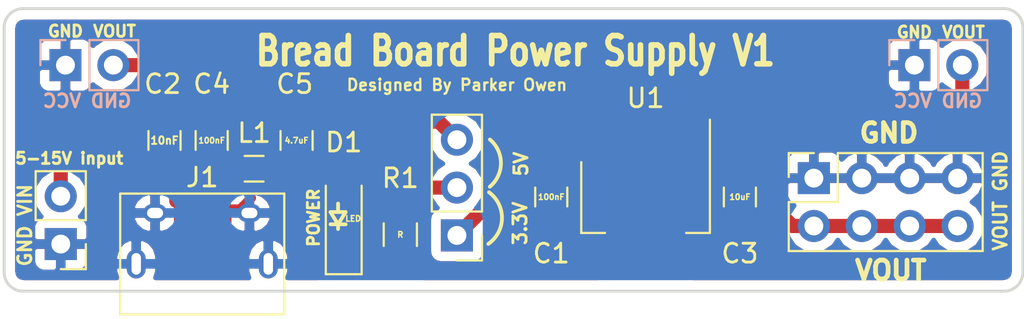
<source format=kicad_pcb>
(kicad_pcb (version 4) (host pcbnew 4.0.7)

  (general
    (links 36)
    (no_connects 19)
    (area 69.924999 59.924999 124.075001 75.075001)
    (thickness 1.6)
    (drawings 38)
    (tracks 48)
    (zones 0)
    (modules 15)
    (nets 10)
  )

  (page A4)
  (layers
    (0 F.Cu signal)
    (31 B.Cu signal)
    (32 B.Adhes user)
    (33 F.Adhes user)
    (34 B.Paste user)
    (35 F.Paste user)
    (36 B.SilkS user)
    (37 F.SilkS user)
    (38 B.Mask user)
    (39 F.Mask user)
    (40 Dwgs.User user)
    (41 Cmts.User user)
    (42 Eco1.User user)
    (43 Eco2.User user)
    (44 Edge.Cuts user)
    (45 Margin user)
    (46 B.CrtYd user)
    (47 F.CrtYd user)
    (48 B.Fab user hide)
    (49 F.Fab user hide)
  )

  (setup
    (last_trace_width 0.75)
    (user_trace_width 0.1524)
    (user_trace_width 0.2)
    (user_trace_width 0.3)
    (user_trace_width 0.5)
    (user_trace_width 1)
    (trace_clearance 0.1524)
    (zone_clearance 0.508)
    (zone_45_only no)
    (trace_min 0.1524)
    (segment_width 0.2)
    (edge_width 0.15)
    (via_size 0.6)
    (via_drill 0.4)
    (via_min_size 0.508)
    (via_min_drill 0.254)
    (user_via 0.508 0.254)
    (user_via 0.8 0.5)
    (user_via 1.3 1)
    (uvia_size 0.3)
    (uvia_drill 0.1)
    (uvias_allowed no)
    (uvia_min_size 0.2)
    (uvia_min_drill 0.1)
    (pcb_text_width 0.3)
    (pcb_text_size 1.5 1.5)
    (mod_edge_width 0.15)
    (mod_text_size 1 1)
    (mod_text_width 0.15)
    (pad_size 1.524 1.524)
    (pad_drill 0.762)
    (pad_to_mask_clearance 0.2)
    (aux_axis_origin 0 0)
    (visible_elements 7FFFFFFF)
    (pcbplotparams
      (layerselection 0x00030_80000001)
      (usegerberextensions false)
      (excludeedgelayer true)
      (linewidth 0.100000)
      (plotframeref false)
      (viasonmask false)
      (mode 1)
      (useauxorigin false)
      (hpglpennumber 1)
      (hpglpenspeed 20)
      (hpglpendiameter 15)
      (hpglpenoverlay 2)
      (psnegative false)
      (psa4output false)
      (plotreference true)
      (plotvalue true)
      (plotinvisibletext false)
      (padsonsilk false)
      (subtractmaskfromsilk false)
      (outputformat 1)
      (mirror false)
      (drillshape 1)
      (scaleselection 1)
      (outputdirectory ""))
  )

  (net 0 "")
  (net 1 "Net-(C1-Pad1)")
  (net 2 GND)
  (net 3 "Net-(C2-Pad1)")
  (net 4 "Net-(C3-Pad1)")
  (net 5 "Net-(C5-Pad1)")
  (net 6 "Net-(J1-Pad2)")
  (net 7 "Net-(J1-Pad3)")
  (net 8 "Net-(J1-Pad4)")
  (net 9 "Net-(D1-Pad1)")

  (net_class Default "This is the default net class."
    (clearance 0.1524)
    (trace_width 0.75)
    (via_dia 0.6)
    (via_drill 0.4)
    (uvia_dia 0.3)
    (uvia_drill 0.1)
    (add_net GND)
    (add_net "Net-(C1-Pad1)")
    (add_net "Net-(C2-Pad1)")
    (add_net "Net-(C3-Pad1)")
    (add_net "Net-(C5-Pad1)")
    (add_net "Net-(D1-Pad1)")
    (add_net "Net-(J1-Pad2)")
    (add_net "Net-(J1-Pad3)")
    (add_net "Net-(J1-Pad4)")
  )

  (module LEDs:LED_1206_HandSoldering (layer F.Cu) (tedit 595FC724) (tstamp 5A28D9BC)
    (at 88 71 90)
    (descr "LED SMD 1206, hand soldering")
    (tags "LED 1206")
    (path /5A28DC47)
    (attr smd)
    (fp_text reference D1 (at 3.9 0 180) (layer F.SilkS)
      (effects (font (size 1 1) (thickness 0.15)))
    )
    (fp_text value LED (at 0 1.9 90) (layer F.Fab)
      (effects (font (size 1 1) (thickness 0.15)))
    )
    (fp_line (start -3.1 -0.95) (end -3.1 0.95) (layer F.SilkS) (width 0.12))
    (fp_line (start -0.4 0) (end 0.2 -0.4) (layer F.Fab) (width 0.1))
    (fp_line (start 0.2 -0.4) (end 0.2 0.4) (layer F.Fab) (width 0.1))
    (fp_line (start 0.2 0.4) (end -0.4 0) (layer F.Fab) (width 0.1))
    (fp_line (start -0.45 -0.4) (end -0.45 0.4) (layer F.Fab) (width 0.1))
    (fp_line (start -1.6 0.8) (end -1.6 -0.8) (layer F.Fab) (width 0.1))
    (fp_line (start 1.6 0.8) (end -1.6 0.8) (layer F.Fab) (width 0.1))
    (fp_line (start 1.6 -0.8) (end 1.6 0.8) (layer F.Fab) (width 0.1))
    (fp_line (start -1.6 -0.8) (end 1.6 -0.8) (layer F.Fab) (width 0.1))
    (fp_line (start -3.1 0.95) (end 1.6 0.95) (layer F.SilkS) (width 0.12))
    (fp_line (start -3.1 -0.95) (end 1.6 -0.95) (layer F.SilkS) (width 0.12))
    (fp_line (start -3.25 -1.11) (end 3.25 -1.11) (layer F.CrtYd) (width 0.05))
    (fp_line (start -3.25 -1.11) (end -3.25 1.1) (layer F.CrtYd) (width 0.05))
    (fp_line (start 3.25 1.1) (end 3.25 -1.11) (layer F.CrtYd) (width 0.05))
    (fp_line (start 3.25 1.1) (end -3.25 1.1) (layer F.CrtYd) (width 0.05))
    (pad 1 smd rect (at -2 0 90) (size 2 1.7) (layers F.Cu F.Paste F.Mask)
      (net 9 "Net-(D1-Pad1)"))
    (pad 2 smd rect (at 2 0 90) (size 2 1.7) (layers F.Cu F.Paste F.Mask)
      (net 5 "Net-(C5-Pad1)"))
    (model ${KISYS3DMOD}/LEDs.3dshapes/LED_1206.wrl
      (at (xyz 0 0 0))
      (scale (xyz 1 1 1))
      (rotate (xyz 0 0 180))
    )
  )

  (module Socket_Strips:Socket_Strip_Straight_2x04_Pitch2.54mm (layer F.Cu) (tedit 5A3C2F2E) (tstamp 5A31F36A)
    (at 112.92 69 90)
    (descr "Through hole straight socket strip, 2x04, 2.54mm pitch, double rows")
    (tags "Through hole socket strip THT 2x04 2.54mm double row")
    (path /5A31F3A5)
    (fp_text reference "VOUT GND" (at -1.2 9.88 90) (layer F.SilkS)
      (effects (font (size 0.7 0.7) (thickness 0.15)))
    )
    (fp_text value Conn_02x04_Counter_Clockwise (at -1.27 9.95 90) (layer F.Fab)
      (effects (font (size 1 1) (thickness 0.15)))
    )
    (fp_line (start -3.81 -1.27) (end -3.81 8.89) (layer F.Fab) (width 0.1))
    (fp_line (start -3.81 8.89) (end 1.27 8.89) (layer F.Fab) (width 0.1))
    (fp_line (start 1.27 8.89) (end 1.27 -1.27) (layer F.Fab) (width 0.1))
    (fp_line (start 1.27 -1.27) (end -3.81 -1.27) (layer F.Fab) (width 0.1))
    (fp_line (start 1.33 1.27) (end 1.33 8.95) (layer F.SilkS) (width 0.12))
    (fp_line (start 1.33 8.95) (end -3.87 8.95) (layer F.SilkS) (width 0.12))
    (fp_line (start -3.87 8.95) (end -3.87 -1.33) (layer F.SilkS) (width 0.12))
    (fp_line (start -3.87 -1.33) (end -1.27 -1.33) (layer F.SilkS) (width 0.12))
    (fp_line (start -1.27 -1.33) (end -1.27 1.27) (layer F.SilkS) (width 0.12))
    (fp_line (start -1.27 1.27) (end 1.33 1.27) (layer F.SilkS) (width 0.12))
    (fp_line (start 1.33 0) (end 1.33 -1.33) (layer F.SilkS) (width 0.12))
    (fp_line (start 1.33 -1.33) (end 0.06 -1.33) (layer F.SilkS) (width 0.12))
    (fp_line (start -4.35 -1.8) (end -4.35 9.4) (layer F.CrtYd) (width 0.05))
    (fp_line (start -4.35 9.4) (end 1.8 9.4) (layer F.CrtYd) (width 0.05))
    (fp_line (start 1.8 9.4) (end 1.8 -1.8) (layer F.CrtYd) (width 0.05))
    (fp_line (start 1.8 -1.8) (end -4.35 -1.8) (layer F.CrtYd) (width 0.05))
    (fp_text user %R (at -1.27 -2.33 90) (layer F.Fab)
      (effects (font (size 1 1) (thickness 0.15)))
    )
    (pad 1 thru_hole rect (at 0 0 90) (size 1.7 1.7) (drill 1) (layers *.Cu *.Mask)
      (net 2 GND))
    (pad 2 thru_hole oval (at -2.54 0 90) (size 1.7 1.7) (drill 1) (layers *.Cu *.Mask)
      (net 4 "Net-(C3-Pad1)"))
    (pad 3 thru_hole oval (at 0 2.54 90) (size 1.7 1.7) (drill 1) (layers *.Cu *.Mask)
      (net 2 GND))
    (pad 4 thru_hole oval (at -2.54 2.54 90) (size 1.7 1.7) (drill 1) (layers *.Cu *.Mask)
      (net 4 "Net-(C3-Pad1)"))
    (pad 5 thru_hole oval (at 0 5.08 90) (size 1.7 1.7) (drill 1) (layers *.Cu *.Mask)
      (net 2 GND))
    (pad 6 thru_hole oval (at -2.54 5.08 90) (size 1.7 1.7) (drill 1) (layers *.Cu *.Mask)
      (net 4 "Net-(C3-Pad1)"))
    (pad 7 thru_hole oval (at 0 7.62 90) (size 1.7 1.7) (drill 1) (layers *.Cu *.Mask)
      (net 2 GND))
    (pad 8 thru_hole oval (at -2.54 7.62 90) (size 1.7 1.7) (drill 1) (layers *.Cu *.Mask)
      (net 4 "Net-(C3-Pad1)"))
    (model ${KISYS3DMOD}/Socket_Strips.3dshapes/Socket_Strip_Straight_2x04_Pitch2.54mm.wrl
      (at (xyz -0.05 -0.15 0))
      (scale (xyz 1 1 1))
      (rotate (xyz 0 0 270))
    )
  )

  (module Capacitors_SMD:C_0805_HandSoldering (layer F.Cu) (tedit 58AA84A8) (tstamp 5A28D99E)
    (at 99 70 270)
    (descr "Capacitor SMD 0805, hand soldering")
    (tags "capacitor 0805")
    (path /5A2311DF)
    (attr smd)
    (fp_text reference C1 (at 3 0 360) (layer F.SilkS)
      (effects (font (size 1 1) (thickness 0.15)))
    )
    (fp_text value 100nF (at 0 1.75 270) (layer F.Fab)
      (effects (font (size 1 1) (thickness 0.15)))
    )
    (fp_text user %R (at 0 -1.75 270) (layer F.Fab)
      (effects (font (size 1 1) (thickness 0.15)))
    )
    (fp_line (start -1 0.62) (end -1 -0.62) (layer F.Fab) (width 0.1))
    (fp_line (start 1 0.62) (end -1 0.62) (layer F.Fab) (width 0.1))
    (fp_line (start 1 -0.62) (end 1 0.62) (layer F.Fab) (width 0.1))
    (fp_line (start -1 -0.62) (end 1 -0.62) (layer F.Fab) (width 0.1))
    (fp_line (start 0.5 -0.85) (end -0.5 -0.85) (layer F.SilkS) (width 0.12))
    (fp_line (start -0.5 0.85) (end 0.5 0.85) (layer F.SilkS) (width 0.12))
    (fp_line (start -2.25 -0.88) (end 2.25 -0.88) (layer F.CrtYd) (width 0.05))
    (fp_line (start -2.25 -0.88) (end -2.25 0.87) (layer F.CrtYd) (width 0.05))
    (fp_line (start 2.25 0.87) (end 2.25 -0.88) (layer F.CrtYd) (width 0.05))
    (fp_line (start 2.25 0.87) (end -2.25 0.87) (layer F.CrtYd) (width 0.05))
    (pad 1 smd rect (at -1.25 0 270) (size 1.5 1.25) (layers F.Cu F.Paste F.Mask)
      (net 1 "Net-(C1-Pad1)"))
    (pad 2 smd rect (at 1.25 0 270) (size 1.5 1.25) (layers F.Cu F.Paste F.Mask)
      (net 2 GND))
    (model Capacitors_SMD.3dshapes/C_0805.wrl
      (at (xyz 0 0 0))
      (scale (xyz 1 1 1))
      (rotate (xyz 0 0 0))
    )
  )

  (module Capacitors_SMD:C_0805_HandSoldering (layer F.Cu) (tedit 58AA84A8) (tstamp 5A28D9A4)
    (at 78.5 67 90)
    (descr "Capacitor SMD 0805, hand soldering")
    (tags "capacitor 0805")
    (path /5A28D549)
    (attr smd)
    (fp_text reference C2 (at 3 -0.1 180) (layer F.SilkS)
      (effects (font (size 1 1) (thickness 0.15)))
    )
    (fp_text value 10nF (at 0 1.75 90) (layer F.Fab)
      (effects (font (size 1 1) (thickness 0.15)))
    )
    (fp_text user %R (at 0 -1.75 90) (layer F.Fab)
      (effects (font (size 1 1) (thickness 0.15)))
    )
    (fp_line (start -1 0.62) (end -1 -0.62) (layer F.Fab) (width 0.1))
    (fp_line (start 1 0.62) (end -1 0.62) (layer F.Fab) (width 0.1))
    (fp_line (start 1 -0.62) (end 1 0.62) (layer F.Fab) (width 0.1))
    (fp_line (start -1 -0.62) (end 1 -0.62) (layer F.Fab) (width 0.1))
    (fp_line (start 0.5 -0.85) (end -0.5 -0.85) (layer F.SilkS) (width 0.12))
    (fp_line (start -0.5 0.85) (end 0.5 0.85) (layer F.SilkS) (width 0.12))
    (fp_line (start -2.25 -0.88) (end 2.25 -0.88) (layer F.CrtYd) (width 0.05))
    (fp_line (start -2.25 -0.88) (end -2.25 0.87) (layer F.CrtYd) (width 0.05))
    (fp_line (start 2.25 0.87) (end 2.25 -0.88) (layer F.CrtYd) (width 0.05))
    (fp_line (start 2.25 0.87) (end -2.25 0.87) (layer F.CrtYd) (width 0.05))
    (pad 1 smd rect (at -1.25 0 90) (size 1.5 1.25) (layers F.Cu F.Paste F.Mask)
      (net 3 "Net-(C2-Pad1)"))
    (pad 2 smd rect (at 1.25 0 90) (size 1.5 1.25) (layers F.Cu F.Paste F.Mask)
      (net 2 GND))
    (model Capacitors_SMD.3dshapes/C_0805.wrl
      (at (xyz 0 0 0))
      (scale (xyz 1 1 1))
      (rotate (xyz 0 0 0))
    )
  )

  (module Capacitors_SMD:C_0805_HandSoldering (layer F.Cu) (tedit 58AA84A8) (tstamp 5A28D9AA)
    (at 109 70 270)
    (descr "Capacitor SMD 0805, hand soldering")
    (tags "capacitor 0805")
    (path /5A2312DD)
    (attr smd)
    (fp_text reference C3 (at 3 0 360) (layer F.SilkS)
      (effects (font (size 1 1) (thickness 0.15)))
    )
    (fp_text value 10uF (at 0 1.75 270) (layer F.Fab)
      (effects (font (size 1 1) (thickness 0.15)))
    )
    (fp_text user %R (at 0 -1.75 270) (layer F.Fab)
      (effects (font (size 1 1) (thickness 0.15)))
    )
    (fp_line (start -1 0.62) (end -1 -0.62) (layer F.Fab) (width 0.1))
    (fp_line (start 1 0.62) (end -1 0.62) (layer F.Fab) (width 0.1))
    (fp_line (start 1 -0.62) (end 1 0.62) (layer F.Fab) (width 0.1))
    (fp_line (start -1 -0.62) (end 1 -0.62) (layer F.Fab) (width 0.1))
    (fp_line (start 0.5 -0.85) (end -0.5 -0.85) (layer F.SilkS) (width 0.12))
    (fp_line (start -0.5 0.85) (end 0.5 0.85) (layer F.SilkS) (width 0.12))
    (fp_line (start -2.25 -0.88) (end 2.25 -0.88) (layer F.CrtYd) (width 0.05))
    (fp_line (start -2.25 -0.88) (end -2.25 0.87) (layer F.CrtYd) (width 0.05))
    (fp_line (start 2.25 0.87) (end 2.25 -0.88) (layer F.CrtYd) (width 0.05))
    (fp_line (start 2.25 0.87) (end -2.25 0.87) (layer F.CrtYd) (width 0.05))
    (pad 1 smd rect (at -1.25 0 270) (size 1.5 1.25) (layers F.Cu F.Paste F.Mask)
      (net 4 "Net-(C3-Pad1)"))
    (pad 2 smd rect (at 1.25 0 270) (size 1.5 1.25) (layers F.Cu F.Paste F.Mask)
      (net 2 GND))
    (model Capacitors_SMD.3dshapes/C_0805.wrl
      (at (xyz 0 0 0))
      (scale (xyz 1 1 1))
      (rotate (xyz 0 0 0))
    )
  )

  (module Capacitors_SMD:C_0805_HandSoldering (layer F.Cu) (tedit 58AA84A8) (tstamp 5A28D9B0)
    (at 81 67 90)
    (descr "Capacitor SMD 0805, hand soldering")
    (tags "capacitor 0805")
    (path /5A28D4D4)
    (attr smd)
    (fp_text reference C4 (at 3 0 180) (layer F.SilkS)
      (effects (font (size 1 1) (thickness 0.15)))
    )
    (fp_text value 100nF (at 0 1.75 90) (layer F.Fab)
      (effects (font (size 1 1) (thickness 0.15)))
    )
    (fp_text user %R (at 0 -1.75 90) (layer F.Fab)
      (effects (font (size 1 1) (thickness 0.15)))
    )
    (fp_line (start -1 0.62) (end -1 -0.62) (layer F.Fab) (width 0.1))
    (fp_line (start 1 0.62) (end -1 0.62) (layer F.Fab) (width 0.1))
    (fp_line (start 1 -0.62) (end 1 0.62) (layer F.Fab) (width 0.1))
    (fp_line (start -1 -0.62) (end 1 -0.62) (layer F.Fab) (width 0.1))
    (fp_line (start 0.5 -0.85) (end -0.5 -0.85) (layer F.SilkS) (width 0.12))
    (fp_line (start -0.5 0.85) (end 0.5 0.85) (layer F.SilkS) (width 0.12))
    (fp_line (start -2.25 -0.88) (end 2.25 -0.88) (layer F.CrtYd) (width 0.05))
    (fp_line (start -2.25 -0.88) (end -2.25 0.87) (layer F.CrtYd) (width 0.05))
    (fp_line (start 2.25 0.87) (end 2.25 -0.88) (layer F.CrtYd) (width 0.05))
    (fp_line (start 2.25 0.87) (end -2.25 0.87) (layer F.CrtYd) (width 0.05))
    (pad 1 smd rect (at -1.25 0 90) (size 1.5 1.25) (layers F.Cu F.Paste F.Mask)
      (net 3 "Net-(C2-Pad1)"))
    (pad 2 smd rect (at 1.25 0 90) (size 1.5 1.25) (layers F.Cu F.Paste F.Mask)
      (net 2 GND))
    (model Capacitors_SMD.3dshapes/C_0805.wrl
      (at (xyz 0 0 0))
      (scale (xyz 1 1 1))
      (rotate (xyz 0 0 0))
    )
  )

  (module Capacitors_SMD:C_0805_HandSoldering (layer F.Cu) (tedit 58AA84A8) (tstamp 5A28D9B6)
    (at 85.5 67 90)
    (descr "Capacitor SMD 0805, hand soldering")
    (tags "capacitor 0805")
    (path /5A28D512)
    (attr smd)
    (fp_text reference C5 (at 3 -0.1 180) (layer F.SilkS)
      (effects (font (size 1 1) (thickness 0.15)))
    )
    (fp_text value 4.7uF (at 0 1.75 90) (layer F.Fab)
      (effects (font (size 1 1) (thickness 0.15)))
    )
    (fp_text user %R (at 0 -1.75 90) (layer F.Fab)
      (effects (font (size 1 1) (thickness 0.15)))
    )
    (fp_line (start -1 0.62) (end -1 -0.62) (layer F.Fab) (width 0.1))
    (fp_line (start 1 0.62) (end -1 0.62) (layer F.Fab) (width 0.1))
    (fp_line (start 1 -0.62) (end 1 0.62) (layer F.Fab) (width 0.1))
    (fp_line (start -1 -0.62) (end 1 -0.62) (layer F.Fab) (width 0.1))
    (fp_line (start 0.5 -0.85) (end -0.5 -0.85) (layer F.SilkS) (width 0.12))
    (fp_line (start -0.5 0.85) (end 0.5 0.85) (layer F.SilkS) (width 0.12))
    (fp_line (start -2.25 -0.88) (end 2.25 -0.88) (layer F.CrtYd) (width 0.05))
    (fp_line (start -2.25 -0.88) (end -2.25 0.87) (layer F.CrtYd) (width 0.05))
    (fp_line (start 2.25 0.87) (end 2.25 -0.88) (layer F.CrtYd) (width 0.05))
    (fp_line (start 2.25 0.87) (end -2.25 0.87) (layer F.CrtYd) (width 0.05))
    (pad 1 smd rect (at -1.25 0 90) (size 1.5 1.25) (layers F.Cu F.Paste F.Mask)
      (net 5 "Net-(C5-Pad1)"))
    (pad 2 smd rect (at 1.25 0 90) (size 1.5 1.25) (layers F.Cu F.Paste F.Mask)
      (net 2 GND))
    (model Capacitors_SMD.3dshapes/C_0805.wrl
      (at (xyz 0 0 0))
      (scale (xyz 1 1 1))
      (rotate (xyz 0 0 0))
    )
  )

  (module Connectors:USB_Micro-B (layer F.Cu) (tedit 5543E447) (tstamp 5A28D9CF)
    (at 80.5 72.2)
    (descr "Micro USB Type B Receptacle")
    (tags "USB USB_B USB_micro USB_OTG")
    (path /5A20EF4F)
    (attr smd)
    (fp_text reference J1 (at 0 -3.24) (layer F.SilkS)
      (effects (font (size 1 1) (thickness 0.15)))
    )
    (fp_text value USB_OTG (at 0 5.01) (layer F.Fab)
      (effects (font (size 1 1) (thickness 0.15)))
    )
    (fp_line (start -4.6 -2.59) (end 4.6 -2.59) (layer F.CrtYd) (width 0.05))
    (fp_line (start 4.6 -2.59) (end 4.6 4.26) (layer F.CrtYd) (width 0.05))
    (fp_line (start 4.6 4.26) (end -4.6 4.26) (layer F.CrtYd) (width 0.05))
    (fp_line (start -4.6 4.26) (end -4.6 -2.59) (layer F.CrtYd) (width 0.05))
    (fp_line (start -4.35 4.03) (end 4.35 4.03) (layer F.SilkS) (width 0.12))
    (fp_line (start -4.35 -2.38) (end 4.35 -2.38) (layer F.SilkS) (width 0.12))
    (fp_line (start 4.35 -2.38) (end 4.35 4.03) (layer F.SilkS) (width 0.12))
    (fp_line (start 4.35 2.8) (end -4.35 2.8) (layer F.SilkS) (width 0.12))
    (fp_line (start -4.35 4.03) (end -4.35 -2.38) (layer F.SilkS) (width 0.12))
    (pad 1 smd rect (at -1.3 -1.35 90) (size 1.35 0.4) (layers F.Cu F.Paste F.Mask)
      (net 3 "Net-(C2-Pad1)"))
    (pad 2 smd rect (at -0.65 -1.35 90) (size 1.35 0.4) (layers F.Cu F.Paste F.Mask)
      (net 6 "Net-(J1-Pad2)"))
    (pad 3 smd rect (at 0 -1.35 90) (size 1.35 0.4) (layers F.Cu F.Paste F.Mask)
      (net 7 "Net-(J1-Pad3)"))
    (pad 4 smd rect (at 0.65 -1.35 90) (size 1.35 0.4) (layers F.Cu F.Paste F.Mask)
      (net 8 "Net-(J1-Pad4)"))
    (pad 5 smd rect (at 1.3 -1.35 90) (size 1.35 0.4) (layers F.Cu F.Paste F.Mask)
      (net 2 GND))
    (pad 6 thru_hole oval (at -2.5 -1.35 90) (size 0.95 1.25) (drill oval 0.55 0.85) (layers *.Cu *.Mask)
      (net 2 GND))
    (pad 6 thru_hole oval (at 2.5 -1.35 90) (size 0.95 1.25) (drill oval 0.55 0.85) (layers *.Cu *.Mask)
      (net 2 GND))
    (pad 6 thru_hole oval (at -3.5 1.35 90) (size 1.55 1) (drill oval 1.15 0.5) (layers *.Cu *.Mask)
      (net 2 GND))
    (pad 6 thru_hole oval (at 3.5 1.35 90) (size 1.55 1) (drill oval 1.15 0.5) (layers *.Cu *.Mask)
      (net 2 GND))
  )

  (module Socket_Strips:Socket_Strip_Straight_1x02_Pitch2.54mm (layer F.Cu) (tedit 5A3C314B) (tstamp 5A28D9D5)
    (at 73 72.5 180)
    (descr "Through hole straight socket strip, 1x02, 2.54mm pitch, single row")
    (tags "Through hole socket strip THT 1x02 2.54mm single row")
    (path /5A28D865)
    (fp_text reference "GND VIN" (at 1.9 1 270) (layer F.SilkS)
      (effects (font (size 0.7 0.7) (thickness 0.15)))
    )
    (fp_text value Conn_01x02_Female (at 0 4.87 180) (layer F.Fab)
      (effects (font (size 1 1) (thickness 0.15)))
    )
    (fp_line (start -1.27 -1.27) (end -1.27 3.81) (layer F.Fab) (width 0.1))
    (fp_line (start -1.27 3.81) (end 1.27 3.81) (layer F.Fab) (width 0.1))
    (fp_line (start 1.27 3.81) (end 1.27 -1.27) (layer F.Fab) (width 0.1))
    (fp_line (start 1.27 -1.27) (end -1.27 -1.27) (layer F.Fab) (width 0.1))
    (fp_line (start -1.33 1.27) (end -1.33 3.87) (layer F.SilkS) (width 0.12))
    (fp_line (start -1.33 3.87) (end 1.33 3.87) (layer F.SilkS) (width 0.12))
    (fp_line (start 1.33 3.87) (end 1.33 1.27) (layer F.SilkS) (width 0.12))
    (fp_line (start 1.33 1.27) (end -1.33 1.27) (layer F.SilkS) (width 0.12))
    (fp_line (start -1.33 0) (end -1.33 -1.33) (layer F.SilkS) (width 0.12))
    (fp_line (start -1.33 -1.33) (end 0 -1.33) (layer F.SilkS) (width 0.12))
    (fp_line (start -1.8 -1.8) (end -1.8 4.35) (layer F.CrtYd) (width 0.05))
    (fp_line (start -1.8 4.35) (end 1.8 4.35) (layer F.CrtYd) (width 0.05))
    (fp_line (start 1.8 4.35) (end 1.8 -1.8) (layer F.CrtYd) (width 0.05))
    (fp_line (start 1.8 -1.8) (end -1.8 -1.8) (layer F.CrtYd) (width 0.05))
    (fp_text user %R (at 0 -2.33 180) (layer F.Fab)
      (effects (font (size 1 1) (thickness 0.15)))
    )
    (pad 1 thru_hole rect (at 0 0 180) (size 1.7 1.7) (drill 1) (layers *.Cu *.Mask)
      (net 2 GND))
    (pad 2 thru_hole oval (at 0 2.54 180) (size 1.7 1.7) (drill 1) (layers *.Cu *.Mask)
      (net 3 "Net-(C2-Pad1)"))
    (model ${KISYS3DMOD}/Socket_Strips.3dshapes/Socket_Strip_Straight_1x02_Pitch2.54mm.wrl
      (at (xyz 0 -0.05 0))
      (scale (xyz 1 1 1))
      (rotate (xyz 0 0 270))
    )
  )

  (module Inductors_SMD:L_0603 (layer F.Cu) (tedit 58307A47) (tstamp 5A28D9DB)
    (at 83.25 68.5)
    (descr "Resistor SMD 0603, reflow soldering, Vishay (see dcrcw.pdf)")
    (tags "resistor 0603")
    (path /5A28D845)
    (attr smd)
    (fp_text reference L1 (at 0 -1.9) (layer F.SilkS)
      (effects (font (size 1 1) (thickness 0.15)))
    )
    (fp_text value Ferrite_Bead_Small (at 0 1.9) (layer F.Fab)
      (effects (font (size 1 1) (thickness 0.15)))
    )
    (fp_text user %R (at 0 0) (layer F.Fab)
      (effects (font (size 0.4 0.4) (thickness 0.075)))
    )
    (fp_line (start -0.8 0.4) (end -0.8 -0.4) (layer F.Fab) (width 0.1))
    (fp_line (start 0.8 0.4) (end -0.8 0.4) (layer F.Fab) (width 0.1))
    (fp_line (start 0.8 -0.4) (end 0.8 0.4) (layer F.Fab) (width 0.1))
    (fp_line (start -0.8 -0.4) (end 0.8 -0.4) (layer F.Fab) (width 0.1))
    (fp_line (start -1.3 -0.8) (end 1.3 -0.8) (layer F.CrtYd) (width 0.05))
    (fp_line (start -1.3 0.8) (end 1.3 0.8) (layer F.CrtYd) (width 0.05))
    (fp_line (start -1.3 -0.8) (end -1.3 0.8) (layer F.CrtYd) (width 0.05))
    (fp_line (start 1.3 -0.8) (end 1.3 0.8) (layer F.CrtYd) (width 0.05))
    (fp_line (start 0.5 0.68) (end -0.5 0.68) (layer F.SilkS) (width 0.12))
    (fp_line (start -0.5 -0.68) (end 0.5 -0.68) (layer F.SilkS) (width 0.12))
    (pad 1 smd rect (at -0.75 0) (size 0.5 0.9) (layers F.Cu F.Paste F.Mask)
      (net 3 "Net-(C2-Pad1)"))
    (pad 2 smd rect (at 0.75 0) (size 0.5 0.9) (layers F.Cu F.Paste F.Mask)
      (net 5 "Net-(C5-Pad1)"))
    (model ${KISYS3DMOD}/Inductors_SMD.3dshapes/L_0603.wrl
      (at (xyz 0 0 0))
      (scale (xyz 1 1 1))
      (rotate (xyz 0 0 0))
    )
  )

  (module Resistors_SMD:R_0805_HandSoldering (layer F.Cu) (tedit 58E0A804) (tstamp 5A28D9E1)
    (at 91 72 90)
    (descr "Resistor SMD 0805, hand soldering")
    (tags "resistor 0805")
    (path /5A28DC08)
    (attr smd)
    (fp_text reference R1 (at 3 0 180) (layer F.SilkS)
      (effects (font (size 1 1) (thickness 0.15)))
    )
    (fp_text value R_Small (at 0 1.75 90) (layer F.Fab)
      (effects (font (size 1 1) (thickness 0.15)))
    )
    (fp_text user %R (at 0 0 270) (layer F.Fab)
      (effects (font (size 0.5 0.5) (thickness 0.075)))
    )
    (fp_line (start -1 0.62) (end -1 -0.62) (layer F.Fab) (width 0.1))
    (fp_line (start 1 0.62) (end -1 0.62) (layer F.Fab) (width 0.1))
    (fp_line (start 1 -0.62) (end 1 0.62) (layer F.Fab) (width 0.1))
    (fp_line (start -1 -0.62) (end 1 -0.62) (layer F.Fab) (width 0.1))
    (fp_line (start 0.6 0.88) (end -0.6 0.88) (layer F.SilkS) (width 0.12))
    (fp_line (start -0.6 -0.88) (end 0.6 -0.88) (layer F.SilkS) (width 0.12))
    (fp_line (start -2.35 -0.9) (end 2.35 -0.9) (layer F.CrtYd) (width 0.05))
    (fp_line (start -2.35 -0.9) (end -2.35 0.9) (layer F.CrtYd) (width 0.05))
    (fp_line (start 2.35 0.9) (end 2.35 -0.9) (layer F.CrtYd) (width 0.05))
    (fp_line (start 2.35 0.9) (end -2.35 0.9) (layer F.CrtYd) (width 0.05))
    (pad 1 smd rect (at -1.35 0 90) (size 1.5 1.3) (layers F.Cu F.Paste F.Mask)
      (net 9 "Net-(D1-Pad1)"))
    (pad 2 smd rect (at 1.35 0 90) (size 1.5 1.3) (layers F.Cu F.Paste F.Mask)
      (net 2 GND))
    (model ${KISYS3DMOD}/Resistors_SMD.3dshapes/R_0805.wrl
      (at (xyz 0 0 0))
      (scale (xyz 1 1 1))
      (rotate (xyz 0 0 0))
    )
  )

  (module Socket_Strips:Socket_Strip_Straight_1x03_Pitch2.54mm (layer F.Cu) (tedit 5A3C3221) (tstamp 5A28D9EE)
    (at 94 72.04 180)
    (descr "Through hole straight socket strip, 1x03, 2.54mm pitch, single row")
    (tags "Through hole socket strip THT 1x03 2.54mm single row")
    (path /5A20F142)
    (fp_text reference 3.3V (at -3.35 0.64 450) (layer F.SilkS)
      (effects (font (size 0.7 0.7) (thickness 0.15)))
    )
    (fp_text value SW_Push_SPDT (at 0 7.41 180) (layer F.Fab)
      (effects (font (size 1 1) (thickness 0.15)))
    )
    (fp_line (start -1.27 -1.27) (end -1.27 6.35) (layer F.Fab) (width 0.1))
    (fp_line (start -1.27 6.35) (end 1.27 6.35) (layer F.Fab) (width 0.1))
    (fp_line (start 1.27 6.35) (end 1.27 -1.27) (layer F.Fab) (width 0.1))
    (fp_line (start 1.27 -1.27) (end -1.27 -1.27) (layer F.Fab) (width 0.1))
    (fp_line (start -1.33 1.27) (end -1.33 6.41) (layer F.SilkS) (width 0.12))
    (fp_line (start -1.33 6.41) (end 1.33 6.41) (layer F.SilkS) (width 0.12))
    (fp_line (start 1.33 6.41) (end 1.33 1.27) (layer F.SilkS) (width 0.12))
    (fp_line (start 1.33 1.27) (end -1.33 1.27) (layer F.SilkS) (width 0.12))
    (fp_line (start -1.33 0) (end -1.33 -1.33) (layer F.SilkS) (width 0.12))
    (fp_line (start -1.33 -1.33) (end 0 -1.33) (layer F.SilkS) (width 0.12))
    (fp_line (start -1.8 -1.8) (end -1.8 6.85) (layer F.CrtYd) (width 0.05))
    (fp_line (start -1.8 6.85) (end 1.8 6.85) (layer F.CrtYd) (width 0.05))
    (fp_line (start 1.8 6.85) (end 1.8 -1.8) (layer F.CrtYd) (width 0.05))
    (fp_line (start 1.8 -1.8) (end -1.8 -1.8) (layer F.CrtYd) (width 0.05))
    (fp_text user %R (at 0 -2.33 180) (layer F.Fab)
      (effects (font (size 1 1) (thickness 0.15)))
    )
    (pad 1 thru_hole rect (at 0 0 180) (size 1.7 1.7) (drill 1) (layers *.Cu *.Mask)
      (net 1 "Net-(C1-Pad1)"))
    (pad 2 thru_hole oval (at 0 2.54 180) (size 1.7 1.7) (drill 1) (layers *.Cu *.Mask)
      (net 5 "Net-(C5-Pad1)"))
    (pad 3 thru_hole oval (at 0 5.08 180) (size 1.7 1.7) (drill 1) (layers *.Cu *.Mask)
      (net 4 "Net-(C3-Pad1)"))
    (model ${KISYS3DMOD}/Socket_Strips.3dshapes/Socket_Strip_Straight_1x03_Pitch2.54mm.wrl
      (at (xyz 0 -0.1 0))
      (scale (xyz 1 1 1))
      (rotate (xyz 0 0 270))
    )
  )

  (module TO_SOT_Packages_SMD:SOT-223 (layer F.Cu) (tedit 58CE4E7E) (tstamp 5A31F1D8)
    (at 104 70 270)
    (descr "module CMS SOT223 4 pins")
    (tags "CMS SOT")
    (path /5A28CCFF)
    (attr smd)
    (fp_text reference U1 (at -5.25 0 360) (layer F.SilkS)
      (effects (font (size 1 1) (thickness 0.15)))
    )
    (fp_text value AP1117-33 (at 0 4.5 270) (layer F.Fab)
      (effects (font (size 1 1) (thickness 0.15)))
    )
    (fp_text user %R (at 0 0 360) (layer F.Fab)
      (effects (font (size 0.8 0.8) (thickness 0.12)))
    )
    (fp_line (start -1.85 -2.3) (end -0.8 -3.35) (layer F.Fab) (width 0.1))
    (fp_line (start 1.91 3.41) (end 1.91 2.15) (layer F.SilkS) (width 0.12))
    (fp_line (start 1.91 -3.41) (end 1.91 -2.15) (layer F.SilkS) (width 0.12))
    (fp_line (start 4.4 -3.6) (end -4.4 -3.6) (layer F.CrtYd) (width 0.05))
    (fp_line (start 4.4 3.6) (end 4.4 -3.6) (layer F.CrtYd) (width 0.05))
    (fp_line (start -4.4 3.6) (end 4.4 3.6) (layer F.CrtYd) (width 0.05))
    (fp_line (start -4.4 -3.6) (end -4.4 3.6) (layer F.CrtYd) (width 0.05))
    (fp_line (start -1.85 -2.3) (end -1.85 3.35) (layer F.Fab) (width 0.1))
    (fp_line (start -1.85 3.41) (end 1.91 3.41) (layer F.SilkS) (width 0.12))
    (fp_line (start -0.8 -3.35) (end 1.85 -3.35) (layer F.Fab) (width 0.1))
    (fp_line (start -4.1 -3.41) (end 1.91 -3.41) (layer F.SilkS) (width 0.12))
    (fp_line (start -1.85 3.35) (end 1.85 3.35) (layer F.Fab) (width 0.1))
    (fp_line (start 1.85 -3.35) (end 1.85 3.35) (layer F.Fab) (width 0.1))
    (pad 4 smd rect (at 3.15 0 270) (size 2 3.8) (layers F.Cu F.Paste F.Mask))
    (pad 2 smd rect (at -3.15 0 270) (size 2 1.5) (layers F.Cu F.Paste F.Mask)
      (net 4 "Net-(C3-Pad1)"))
    (pad 3 smd rect (at -3.15 2.3 270) (size 2 1.5) (layers F.Cu F.Paste F.Mask)
      (net 1 "Net-(C1-Pad1)"))
    (pad 1 smd rect (at -3.15 -2.3 270) (size 2 1.5) (layers F.Cu F.Paste F.Mask)
      (net 2 GND))
    (model ${KISYS3DMOD}/TO_SOT_Packages_SMD.3dshapes/SOT-223.wrl
      (at (xyz 0 0 0))
      (scale (xyz 1 1 1))
      (rotate (xyz 0 0 0))
    )
  )

  (module Socket_Strips:Socket_Strip_Straight_1x02_Pitch2.54mm (layer B.Cu) (tedit 5A3C312E) (tstamp 5A31F370)
    (at 118.25 63 270)
    (descr "Through hole straight socket strip, 1x02, 2.54mm pitch, single row")
    (tags "Through hole socket strip THT 1x02 2.54mm single row")
    (path /5A31F141)
    (fp_text reference "GND VCC" (at 1.9 -1.25 540) (layer B.SilkS)
      (effects (font (size 0.7 0.7) (thickness 0.15)) (justify mirror))
    )
    (fp_text value Conn_01x02_Male (at 0 -4.87 270) (layer B.Fab)
      (effects (font (size 1 1) (thickness 0.15)) (justify mirror))
    )
    (fp_line (start -1.27 1.27) (end -1.27 -3.81) (layer B.Fab) (width 0.1))
    (fp_line (start -1.27 -3.81) (end 1.27 -3.81) (layer B.Fab) (width 0.1))
    (fp_line (start 1.27 -3.81) (end 1.27 1.27) (layer B.Fab) (width 0.1))
    (fp_line (start 1.27 1.27) (end -1.27 1.27) (layer B.Fab) (width 0.1))
    (fp_line (start -1.33 -1.27) (end -1.33 -3.87) (layer B.SilkS) (width 0.12))
    (fp_line (start -1.33 -3.87) (end 1.33 -3.87) (layer B.SilkS) (width 0.12))
    (fp_line (start 1.33 -3.87) (end 1.33 -1.27) (layer B.SilkS) (width 0.12))
    (fp_line (start 1.33 -1.27) (end -1.33 -1.27) (layer B.SilkS) (width 0.12))
    (fp_line (start -1.33 0) (end -1.33 1.33) (layer B.SilkS) (width 0.12))
    (fp_line (start -1.33 1.33) (end 0 1.33) (layer B.SilkS) (width 0.12))
    (fp_line (start -1.8 1.8) (end -1.8 -4.35) (layer B.CrtYd) (width 0.05))
    (fp_line (start -1.8 -4.35) (end 1.8 -4.35) (layer B.CrtYd) (width 0.05))
    (fp_line (start 1.8 -4.35) (end 1.8 1.8) (layer B.CrtYd) (width 0.05))
    (fp_line (start 1.8 1.8) (end -1.8 1.8) (layer B.CrtYd) (width 0.05))
    (fp_text user %R (at 0 2.33 270) (layer B.Fab)
      (effects (font (size 1 1) (thickness 0.15)) (justify mirror))
    )
    (pad 1 thru_hole rect (at 0 0 270) (size 1.7 1.7) (drill 1) (layers *.Cu *.Mask)
      (net 2 GND))
    (pad 2 thru_hole oval (at 0 -2.54 270) (size 1.7 1.7) (drill 1) (layers *.Cu *.Mask)
      (net 4 "Net-(C3-Pad1)"))
    (model ${KISYS3DMOD}/Socket_Strips.3dshapes/Socket_Strip_Straight_1x02_Pitch2.54mm.wrl
      (at (xyz 0 -0.05 0))
      (scale (xyz 1 1 1))
      (rotate (xyz 0 0 270))
    )
  )

  (module Socket_Strips:Socket_Strip_Straight_1x02_Pitch2.54mm (layer B.Cu) (tedit 5A3C313C) (tstamp 5A31F376)
    (at 73.25 63 270)
    (descr "Through hole straight socket strip, 1x02, 2.54mm pitch, single row")
    (tags "Through hole socket strip THT 1x02 2.54mm single row")
    (path /5A31F2BD)
    (fp_text reference "GND VCC" (at 1.9 -1.15 540) (layer B.SilkS)
      (effects (font (size 0.7 0.7) (thickness 0.15)) (justify mirror))
    )
    (fp_text value Conn_01x02_Male (at 0 -4.87 270) (layer B.Fab)
      (effects (font (size 1 1) (thickness 0.15)) (justify mirror))
    )
    (fp_line (start -1.27 1.27) (end -1.27 -3.81) (layer B.Fab) (width 0.1))
    (fp_line (start -1.27 -3.81) (end 1.27 -3.81) (layer B.Fab) (width 0.1))
    (fp_line (start 1.27 -3.81) (end 1.27 1.27) (layer B.Fab) (width 0.1))
    (fp_line (start 1.27 1.27) (end -1.27 1.27) (layer B.Fab) (width 0.1))
    (fp_line (start -1.33 -1.27) (end -1.33 -3.87) (layer B.SilkS) (width 0.12))
    (fp_line (start -1.33 -3.87) (end 1.33 -3.87) (layer B.SilkS) (width 0.12))
    (fp_line (start 1.33 -3.87) (end 1.33 -1.27) (layer B.SilkS) (width 0.12))
    (fp_line (start 1.33 -1.27) (end -1.33 -1.27) (layer B.SilkS) (width 0.12))
    (fp_line (start -1.33 0) (end -1.33 1.33) (layer B.SilkS) (width 0.12))
    (fp_line (start -1.33 1.33) (end 0 1.33) (layer B.SilkS) (width 0.12))
    (fp_line (start -1.8 1.8) (end -1.8 -4.35) (layer B.CrtYd) (width 0.05))
    (fp_line (start -1.8 -4.35) (end 1.8 -4.35) (layer B.CrtYd) (width 0.05))
    (fp_line (start 1.8 -4.35) (end 1.8 1.8) (layer B.CrtYd) (width 0.05))
    (fp_line (start 1.8 1.8) (end -1.8 1.8) (layer B.CrtYd) (width 0.05))
    (fp_text user %R (at 0 2.33 270) (layer B.Fab)
      (effects (font (size 1 1) (thickness 0.15)) (justify mirror))
    )
    (pad 1 thru_hole rect (at 0 0 270) (size 1.7 1.7) (drill 1) (layers *.Cu *.Mask)
      (net 2 GND))
    (pad 2 thru_hole oval (at 0 -2.54 270) (size 1.7 1.7) (drill 1) (layers *.Cu *.Mask)
      (net 4 "Net-(C3-Pad1)"))
    (model ${KISYS3DMOD}/Socket_Strips.3dshapes/Socket_Strip_Straight_1x02_Pitch2.54mm.wrl
      (at (xyz 0 -0.05 0))
      (scale (xyz 1 1 1))
      (rotate (xyz 0 0 270))
    )
  )

  (gr_arc (start 123 61) (end 123 60) (angle 90) (layer Edge.Cuts) (width 0.15))
  (gr_arc (start 123 74) (end 124 74) (angle 90) (layer Edge.Cuts) (width 0.15))
  (gr_arc (start 71 74) (end 71 75) (angle 90) (layer Edge.Cuts) (width 0.15))
  (gr_arc (start 71 61) (end 70 61) (angle 90) (layer Edge.Cuts) (width 0.15))
  (gr_text "Designed By Parker Owen" (at 94 64.05) (layer F.SilkS)
    (effects (font (size 0.6 0.6) (thickness 0.125)))
  )
  (gr_text "Bread Board Power Supply V1" (at 97.1 62.25) (layer F.SilkS)
    (effects (font (size 1.5 1.2) (thickness 0.3)))
  )
  (gr_text GND (at 73.25 61.2) (layer F.SilkS) (tstamp 5A3C662D)
    (effects (font (size 0.6 0.6) (thickness 0.15)))
  )
  (gr_text VOUT (at 75.85 61.2) (layer F.SilkS) (tstamp 5A3C662C)
    (effects (font (size 0.6 0.6) (thickness 0.15)))
  )
  (gr_text VOUT (at 120.85 61.25) (layer F.SilkS) (tstamp 5A3C6627)
    (effects (font (size 0.6 0.6) (thickness 0.15)))
  )
  (gr_text GND (at 118.25 61.25) (layer F.SilkS) (tstamp 5A3C6622)
    (effects (font (size 0.6 0.6) (thickness 0.15)))
  )
  (gr_line (start 87.7 70.75) (end 87.7 70.35) (layer F.SilkS) (width 0.2))
  (gr_line (start 87.7 71.7) (end 87.7 71.5) (layer F.SilkS) (width 0.2))
  (gr_line (start 87.3 71.45) (end 88.1 71.45) (layer F.SilkS) (width 0.2))
  (gr_line (start 87.7 71.45) (end 87.3 70.8) (layer F.SilkS) (width 0.2))
  (gr_line (start 88.1 70.8) (end 87.7 71.45) (layer F.SilkS) (width 0.2))
  (gr_line (start 87.3 70.8) (end 88.1 70.8) (layer F.SilkS) (width 0.2))
  (gr_arc (start 94.705651 71.106781) (end 95.7 69.75) (angle 109.0967873) (layer F.SilkS) (width 0.2) (tstamp 5A3C61C7))
  (gr_arc (start 94.7 68.2) (end 95.75 66.95) (angle 100.1641696) (layer F.SilkS) (width 0.2))
  (gr_text "5-15V input" (at 73.45 67.95) (layer F.SilkS)
    (effects (font (size 0.6 0.6) (thickness 0.15)))
  )
  (gr_text 5V (at 97.4 68.25 90) (layer F.SilkS)
    (effects (font (size 0.7 0.7) (thickness 0.15)))
  )
  (gr_text POWER (at 86.4 71.1 90) (layer F.SilkS)
    (effects (font (size 0.6 0.6) (thickness 0.15)))
  )
  (gr_text VOUT (at 117 73.9) (layer F.SilkS) (tstamp 5A3C3018)
    (effects (font (size 1 1) (thickness 0.25)))
  )
  (gr_text GND (at 116.9 66.6) (layer F.SilkS)
    (effects (font (size 1 1) (thickness 0.25)))
  )
  (gr_text 10uF (at 109 70) (layer F.SilkS) (tstamp 5A3C3009)
    (effects (font (size 0.3 0.3) (thickness 0.075)))
  )
  (gr_text 100nF (at 99 70) (layer F.SilkS) (tstamp 5A3C3008)
    (effects (font (size 0.3 0.3) (thickness 0.075)))
  )
  (gr_text R (at 91 72) (layer F.SilkS) (tstamp 5A3C3007)
    (effects (font (size 0.3 0.3) (thickness 0.075)))
  )
  (gr_text LED (at 88.5 71.15 360) (layer F.SilkS) (tstamp 5A3C3006)
    (effects (font (size 0.3 0.3) (thickness 0.075)))
  )
  (gr_text 4.7uF (at 85.5 67) (layer F.SilkS) (tstamp 5A3C3005)
    (effects (font (size 0.3 0.3) (thickness 0.075)))
  )
  (gr_text 100nF (at 81 67) (layer F.SilkS) (tstamp 5A3C2FFF)
    (effects (font (size 0.3 0.3) (thickness 0.075)))
  )
  (gr_text 10nF (at 78.5 67) (layer F.SilkS)
    (effects (font (size 0.4 0.4) (thickness 0.1)))
  )
  (gr_line (start 71 60) (end 123 60) (layer Edge.Cuts) (width 0.15))
  (gr_line (start 70 74) (end 70 61) (layer Edge.Cuts) (width 0.15))
  (gr_line (start 123 75) (end 71 75) (layer Edge.Cuts) (width 0.15))
  (gr_line (start 124 61) (end 124 74) (layer Edge.Cuts) (width 0.15))
  (gr_line (start 70 75) (end 70 60) (layer F.Fab) (width 0.2))
  (gr_line (start 124 75) (end 70 75) (layer F.Fab) (width 0.2))
  (gr_line (start 124 60) (end 124 75) (layer F.Fab) (width 0.2))
  (gr_line (start 70 60) (end 124 60) (layer F.Fab) (width 0.2))

  (segment (start 99 68.75) (end 97.29 68.75) (width 0.75) (layer F.Cu) (net 1))
  (segment (start 97.29 68.75) (end 94 72.04) (width 0.75) (layer F.Cu) (net 1))
  (segment (start 99 68.75) (end 99 67) (width 0.75) (layer F.Cu) (net 1))
  (segment (start 99 67) (end 99.15 66.85) (width 0.75) (layer F.Cu) (net 1))
  (segment (start 99.15 66.85) (end 101.7 66.85) (width 0.75) (layer F.Cu) (net 1))
  (segment (start 83 70.65) (end 83 69.6) (width 0.5) (layer F.Cu) (net 2))
  (segment (start 81.8 70.65) (end 82.5 70.65) (width 0.5) (layer F.Cu) (net 2))
  (segment (start 82.5 70.65) (end 83.1 70.05) (width 0.5) (layer F.Cu) (net 2))
  (segment (start 81.8 70.65) (end 81.8 71.8) (width 0.5) (layer F.Cu) (net 2))
  (segment (start 81.8 70.65) (end 83 70.65) (width 0.5) (layer F.Cu) (net 2))
  (segment (start 73 69.96) (end 73 68.5) (width 0.75) (layer F.Cu) (net 3))
  (segment (start 73 68.5) (end 73.25 68.25) (width 0.75) (layer F.Cu) (net 3))
  (segment (start 81 68.25) (end 82.25 68.25) (width 0.75) (layer F.Cu) (net 3))
  (segment (start 82.25 68.25) (end 82.5 68.5) (width 0.75) (layer F.Cu) (net 3))
  (segment (start 78.5 68.25) (end 81 68.25) (width 0.75) (layer F.Cu) (net 3))
  (segment (start 78.5 68.5) (end 79.122599 69.122599) (width 0.75) (layer F.Cu) (net 3))
  (segment (start 79.122599 69.122599) (end 79.122599 69.553079) (width 0.75) (layer F.Cu) (net 3))
  (segment (start 79.122599 69.553079) (end 79.122599 70.204978) (width 0.75) (layer F.Cu) (net 3))
  (segment (start 78.5 68.25) (end 78.5 68.5) (width 0.75) (layer F.Cu) (net 3))
  (segment (start 73.25 68.25) (end 78.5 68.25) (width 0.75) (layer F.Cu) (net 3))
  (segment (start 89.46 66) (end 93.04 66) (width 0.75) (layer F.Cu) (net 4))
  (segment (start 93.04 66) (end 94 66.96) (width 0.75) (layer F.Cu) (net 4))
  (segment (start 112.92 71.54) (end 111.79 71.54) (width 0.75) (layer F.Cu) (net 4))
  (segment (start 111.79 71.54) (end 109 68.75) (width 0.75) (layer F.Cu) (net 4))
  (segment (start 112.92 71.54) (end 120.54 71.54) (width 0.75) (layer F.Cu) (net 4))
  (segment (start 108.9 63.1) (end 108.8 63) (width 0.75) (layer F.Cu) (net 4))
  (segment (start 108.8 63) (end 89 63) (width 0.75) (layer F.Cu) (net 4))
  (segment (start 108.9 65.1) (end 108.9 63.1) (width 0.75) (layer F.Cu) (net 4))
  (segment (start 89.46 63.46) (end 89 63) (width 0.75) (layer F.Cu) (net 4))
  (segment (start 89 63) (end 75.79 63) (width 0.75) (layer F.Cu) (net 4))
  (segment (start 89.46 66) (end 89.46 63.46) (width 0.75) (layer F.Cu) (net 4))
  (segment (start 108.9 65.1) (end 109 65) (width 0.75) (layer F.Cu) (net 4))
  (segment (start 120.9 65.1) (end 120.79 64.99) (width 0.75) (layer F.Cu) (net 4))
  (segment (start 120.79 64.99) (end 120.79 63) (width 0.75) (layer F.Cu) (net 4))
  (segment (start 108.9 65.1) (end 120.9 65.1) (width 0.75) (layer F.Cu) (net 4))
  (segment (start 108.9 65.1) (end 109 65.2) (width 0.75) (layer F.Cu) (net 4))
  (segment (start 109 65.2) (end 109 68.75) (width 0.75) (layer F.Cu) (net 4))
  (segment (start 104 65.1) (end 108.9 65.1) (width 0.75) (layer F.Cu) (net 4))
  (segment (start 104 66.85) (end 104 65.1) (width 0.75) (layer F.Cu) (net 4))
  (segment (start 92 69) (end 92.5 69.5) (width 0.75) (layer F.Cu) (net 5))
  (segment (start 92.5 69.5) (end 94 69.5) (width 0.75) (layer F.Cu) (net 5))
  (segment (start 88 69) (end 92 69) (width 0.75) (layer F.Cu) (net 5))
  (segment (start 85.5 68.25) (end 87.25 68.25) (width 0.75) (layer F.Cu) (net 5))
  (segment (start 87.25 68.25) (end 88 69) (width 0.75) (layer F.Cu) (net 5))
  (segment (start 84 68.5) (end 85.25 68.5) (width 0.75) (layer F.Cu) (net 5))
  (segment (start 85.25 68.5) (end 85.5 68.25) (width 0.75) (layer F.Cu) (net 5))
  (segment (start 88 73) (end 90.65 73) (width 0.75) (layer F.Cu) (net 9))
  (segment (start 90.65 73) (end 91 73.35) (width 0.75) (layer F.Cu) (net 9))

  (zone (net 2) (net_name GND) (layer B.Cu) (tstamp 0) (hatch edge 0.508)
    (connect_pads (clearance 0.508))
    (min_thickness 0.254)
    (fill yes (arc_segments 16) (thermal_gap 0.508) (thermal_bridge_width 0.508))
    (polygon
      (pts
        (xy 70 60) (xy 70 75) (xy 124 75) (xy 124 60)
      )
    )
    (filled_polygon
      (pts
        (xy 123.105655 60.744926) (xy 123.195225 60.804774) (xy 123.255074 60.894345) (xy 123.29 61.06993) (xy 123.29 73.93007)
        (xy 123.255074 74.105655) (xy 123.195225 74.195226) (xy 123.105655 74.255074) (xy 122.93007 74.29) (xy 85.027555 74.29)
        (xy 85.135 73.952) (xy 85.135 73.677) (xy 84.127 73.677) (xy 84.127 73.697) (xy 83.873 73.697)
        (xy 83.873 73.677) (xy 82.865 73.677) (xy 82.865 73.952) (xy 82.972445 74.29) (xy 78.027555 74.29)
        (xy 78.135 73.952) (xy 78.135 73.677) (xy 77.127 73.677) (xy 77.127 73.697) (xy 76.873 73.697)
        (xy 76.873 73.677) (xy 75.865 73.677) (xy 75.865 73.952) (xy 75.972445 74.29) (xy 71.06993 74.29)
        (xy 70.894345 74.255074) (xy 70.804774 74.195225) (xy 70.744926 74.105655) (xy 70.71 73.93007) (xy 70.71 72.78575)
        (xy 71.515 72.78575) (xy 71.515 73.47631) (xy 71.611673 73.709699) (xy 71.790302 73.888327) (xy 72.023691 73.985)
        (xy 72.71425 73.985) (xy 72.873 73.82625) (xy 72.873 72.627) (xy 73.127 72.627) (xy 73.127 73.82625)
        (xy 73.28575 73.985) (xy 73.976309 73.985) (xy 74.209698 73.888327) (xy 74.388327 73.709699) (xy 74.485 73.47631)
        (xy 74.485 73.148) (xy 75.865 73.148) (xy 75.865 73.423) (xy 76.873 73.423) (xy 76.873 72.307046)
        (xy 77.127 72.307046) (xy 77.127 73.423) (xy 78.135 73.423) (xy 78.135 73.148) (xy 82.865 73.148)
        (xy 82.865 73.423) (xy 83.873 73.423) (xy 83.873 72.307046) (xy 84.127 72.307046) (xy 84.127 73.423)
        (xy 85.135 73.423) (xy 85.135 73.148) (xy 85.000002 72.723322) (xy 84.712763 72.382632) (xy 84.301874 72.180881)
        (xy 84.127 72.307046) (xy 83.873 72.307046) (xy 83.698126 72.180881) (xy 83.287237 72.382632) (xy 82.999998 72.723322)
        (xy 82.865 73.148) (xy 78.135 73.148) (xy 78.000002 72.723322) (xy 77.712763 72.382632) (xy 77.301874 72.180881)
        (xy 77.127 72.307046) (xy 76.873 72.307046) (xy 76.698126 72.180881) (xy 76.287237 72.382632) (xy 75.999998 72.723322)
        (xy 75.865 73.148) (xy 74.485 73.148) (xy 74.485 72.78575) (xy 74.32625 72.627) (xy 73.127 72.627)
        (xy 72.873 72.627) (xy 71.67375 72.627) (xy 71.515 72.78575) (xy 70.71 72.78575) (xy 70.71 69.96)
        (xy 71.485907 69.96) (xy 71.598946 70.528285) (xy 71.920853 71.010054) (xy 71.964777 71.039403) (xy 71.790302 71.111673)
        (xy 71.611673 71.290301) (xy 71.515 71.52369) (xy 71.515 72.21425) (xy 71.67375 72.373) (xy 72.873 72.373)
        (xy 72.873 72.353) (xy 73.127 72.353) (xy 73.127 72.373) (xy 74.32625 72.373) (xy 74.485 72.21425)
        (xy 74.485 71.52369) (xy 74.388327 71.290301) (xy 74.245964 71.147938) (xy 76.780732 71.147938) (xy 76.964448 71.521821)
        (xy 77.288951 71.809568) (xy 77.698869 71.951229) (xy 77.873 71.802563) (xy 77.873 70.977) (xy 78.127 70.977)
        (xy 78.127 71.802563) (xy 78.301131 71.951229) (xy 78.711049 71.809568) (xy 79.035552 71.521821) (xy 79.219268 71.147938)
        (xy 81.780732 71.147938) (xy 81.964448 71.521821) (xy 82.288951 71.809568) (xy 82.698869 71.951229) (xy 82.873 71.802563)
        (xy 82.873 70.977) (xy 83.127 70.977) (xy 83.127 71.802563) (xy 83.301131 71.951229) (xy 83.711049 71.809568)
        (xy 84.035552 71.521821) (xy 84.219268 71.147938) (xy 84.092734 70.977) (xy 83.127 70.977) (xy 82.873 70.977)
        (xy 81.907266 70.977) (xy 81.780732 71.147938) (xy 79.219268 71.147938) (xy 79.092734 70.977) (xy 78.127 70.977)
        (xy 77.873 70.977) (xy 76.907266 70.977) (xy 76.780732 71.147938) (xy 74.245964 71.147938) (xy 74.209698 71.111673)
        (xy 74.035223 71.039403) (xy 74.079147 71.010054) (xy 74.385166 70.552062) (xy 76.780732 70.552062) (xy 76.907266 70.723)
        (xy 77.873 70.723) (xy 77.873 69.897437) (xy 78.127 69.897437) (xy 78.127 70.723) (xy 79.092734 70.723)
        (xy 79.219268 70.552062) (xy 81.780732 70.552062) (xy 81.907266 70.723) (xy 82.873 70.723) (xy 82.873 69.897437)
        (xy 83.127 69.897437) (xy 83.127 70.723) (xy 84.092734 70.723) (xy 84.219268 70.552062) (xy 84.035552 70.178179)
        (xy 83.711049 69.890432) (xy 83.301131 69.748771) (xy 83.127 69.897437) (xy 82.873 69.897437) (xy 82.698869 69.748771)
        (xy 82.288951 69.890432) (xy 81.964448 70.178179) (xy 81.780732 70.552062) (xy 79.219268 70.552062) (xy 79.035552 70.178179)
        (xy 78.711049 69.890432) (xy 78.301131 69.748771) (xy 78.127 69.897437) (xy 77.873 69.897437) (xy 77.698869 69.748771)
        (xy 77.288951 69.890432) (xy 76.964448 70.178179) (xy 76.780732 70.552062) (xy 74.385166 70.552062) (xy 74.401054 70.528285)
        (xy 74.514093 69.96) (xy 74.401054 69.391715) (xy 74.079147 68.909946) (xy 73.597378 68.588039) (xy 73.029093 68.475)
        (xy 72.970907 68.475) (xy 72.402622 68.588039) (xy 71.920853 68.909946) (xy 71.598946 69.391715) (xy 71.485907 69.96)
        (xy 70.71 69.96) (xy 70.71 66.96) (xy 92.485907 66.96) (xy 92.598946 67.528285) (xy 92.920853 68.010054)
        (xy 93.250026 68.23) (xy 92.920853 68.449946) (xy 92.598946 68.931715) (xy 92.485907 69.5) (xy 92.598946 70.068285)
        (xy 92.920853 70.550054) (xy 92.962452 70.57785) (xy 92.914683 70.586838) (xy 92.698559 70.72591) (xy 92.553569 70.93811)
        (xy 92.50256 71.19) (xy 92.50256 72.89) (xy 92.546838 73.125317) (xy 92.68591 73.341441) (xy 92.89811 73.486431)
        (xy 93.15 73.53744) (xy 94.85 73.53744) (xy 95.085317 73.493162) (xy 95.301441 73.35409) (xy 95.446431 73.14189)
        (xy 95.49744 72.89) (xy 95.49744 71.19) (xy 95.453162 70.954683) (xy 95.31409 70.738559) (xy 95.10189 70.593569)
        (xy 95.034459 70.579914) (xy 95.079147 70.550054) (xy 95.401054 70.068285) (xy 95.514093 69.5) (xy 95.471476 69.28575)
        (xy 111.435 69.28575) (xy 111.435 69.976309) (xy 111.531673 70.209698) (xy 111.710301 70.388327) (xy 111.875858 70.456903)
        (xy 111.869946 70.460853) (xy 111.548039 70.942622) (xy 111.435 71.510907) (xy 111.435 71.569093) (xy 111.548039 72.137378)
        (xy 111.869946 72.619147) (xy 112.351715 72.941054) (xy 112.92 73.054093) (xy 113.488285 72.941054) (xy 113.970054 72.619147)
        (xy 114.19 72.289974) (xy 114.409946 72.619147) (xy 114.891715 72.941054) (xy 115.46 73.054093) (xy 116.028285 72.941054)
        (xy 116.510054 72.619147) (xy 116.73 72.289974) (xy 116.949946 72.619147) (xy 117.431715 72.941054) (xy 118 73.054093)
        (xy 118.568285 72.941054) (xy 119.050054 72.619147) (xy 119.27 72.289974) (xy 119.489946 72.619147) (xy 119.971715 72.941054)
        (xy 120.54 73.054093) (xy 121.108285 72.941054) (xy 121.590054 72.619147) (xy 121.911961 72.137378) (xy 122.025 71.569093)
        (xy 122.025 71.510907) (xy 121.911961 70.942622) (xy 121.590054 70.460853) (xy 121.306899 70.271655) (xy 121.306924 70.271645)
        (xy 121.735183 69.881358) (xy 121.981486 69.356892) (xy 121.860819 69.127) (xy 120.667 69.127) (xy 120.667 69.147)
        (xy 120.413 69.147) (xy 120.413 69.127) (xy 118.127 69.127) (xy 118.127 69.147) (xy 117.873 69.147)
        (xy 117.873 69.127) (xy 115.587 69.127) (xy 115.587 69.147) (xy 115.333 69.147) (xy 115.333 69.127)
        (xy 113.047 69.127) (xy 113.047 69.147) (xy 112.793 69.147) (xy 112.793 69.127) (xy 111.59375 69.127)
        (xy 111.435 69.28575) (xy 95.471476 69.28575) (xy 95.401054 68.931715) (xy 95.079147 68.449946) (xy 94.749974 68.23)
        (xy 95.058737 68.023691) (xy 111.435 68.023691) (xy 111.435 68.71425) (xy 111.59375 68.873) (xy 112.793 68.873)
        (xy 112.793 67.67375) (xy 113.047 67.67375) (xy 113.047 68.873) (xy 115.333 68.873) (xy 115.333 67.679845)
        (xy 115.587 67.679845) (xy 115.587 68.873) (xy 117.873 68.873) (xy 117.873 67.679845) (xy 118.127 67.679845)
        (xy 118.127 68.873) (xy 120.413 68.873) (xy 120.413 67.679845) (xy 120.667 67.679845) (xy 120.667 68.873)
        (xy 121.860819 68.873) (xy 121.981486 68.643108) (xy 121.735183 68.118642) (xy 121.306924 67.728355) (xy 120.89689 67.558524)
        (xy 120.667 67.679845) (xy 120.413 67.679845) (xy 120.18311 67.558524) (xy 119.773076 67.728355) (xy 119.344817 68.118642)
        (xy 119.27 68.277954) (xy 119.195183 68.118642) (xy 118.766924 67.728355) (xy 118.35689 67.558524) (xy 118.127 67.679845)
        (xy 117.873 67.679845) (xy 117.64311 67.558524) (xy 117.233076 67.728355) (xy 116.804817 68.118642) (xy 116.73 68.277954)
        (xy 116.655183 68.118642) (xy 116.226924 67.728355) (xy 115.81689 67.558524) (xy 115.587 67.679845) (xy 115.333 67.679845)
        (xy 115.10311 67.558524) (xy 114.693076 67.728355) (xy 114.395136 67.999878) (xy 114.308327 67.790302) (xy 114.129699 67.611673)
        (xy 113.89631 67.515) (xy 113.20575 67.515) (xy 113.047 67.67375) (xy 112.793 67.67375) (xy 112.63425 67.515)
        (xy 111.94369 67.515) (xy 111.710301 67.611673) (xy 111.531673 67.790302) (xy 111.435 68.023691) (xy 95.058737 68.023691)
        (xy 95.079147 68.010054) (xy 95.401054 67.528285) (xy 95.514093 66.96) (xy 95.401054 66.391715) (xy 95.079147 65.909946)
        (xy 94.597378 65.588039) (xy 94.029093 65.475) (xy 93.970907 65.475) (xy 93.402622 65.588039) (xy 92.920853 65.909946)
        (xy 92.598946 66.391715) (xy 92.485907 66.96) (xy 70.71 66.96) (xy 70.71 63.28575) (xy 71.765 63.28575)
        (xy 71.765 63.976309) (xy 71.861673 64.209698) (xy 72.040301 64.388327) (xy 72.27369 64.485) (xy 72.96425 64.485)
        (xy 73.123 64.32625) (xy 73.123 63.127) (xy 71.92375 63.127) (xy 71.765 63.28575) (xy 70.71 63.28575)
        (xy 70.71 62.023691) (xy 71.765 62.023691) (xy 71.765 62.71425) (xy 71.92375 62.873) (xy 73.123 62.873)
        (xy 73.123 61.67375) (xy 73.377 61.67375) (xy 73.377 62.873) (xy 73.397 62.873) (xy 73.397 63.127)
        (xy 73.377 63.127) (xy 73.377 64.32625) (xy 73.53575 64.485) (xy 74.22631 64.485) (xy 74.459699 64.388327)
        (xy 74.638327 64.209698) (xy 74.710597 64.035223) (xy 74.739946 64.079147) (xy 75.221715 64.401054) (xy 75.79 64.514093)
        (xy 76.358285 64.401054) (xy 76.840054 64.079147) (xy 77.161961 63.597378) (xy 77.223947 63.28575) (xy 116.765 63.28575)
        (xy 116.765 63.976309) (xy 116.861673 64.209698) (xy 117.040301 64.388327) (xy 117.27369 64.485) (xy 117.96425 64.485)
        (xy 118.123 64.32625) (xy 118.123 63.127) (xy 116.92375 63.127) (xy 116.765 63.28575) (xy 77.223947 63.28575)
        (xy 77.275 63.029093) (xy 77.275 62.970907) (xy 77.161961 62.402622) (xy 76.908768 62.023691) (xy 116.765 62.023691)
        (xy 116.765 62.71425) (xy 116.92375 62.873) (xy 118.123 62.873) (xy 118.123 61.67375) (xy 118.377 61.67375)
        (xy 118.377 62.873) (xy 118.397 62.873) (xy 118.397 63.127) (xy 118.377 63.127) (xy 118.377 64.32625)
        (xy 118.53575 64.485) (xy 119.22631 64.485) (xy 119.459699 64.388327) (xy 119.638327 64.209698) (xy 119.710597 64.035223)
        (xy 119.739946 64.079147) (xy 120.221715 64.401054) (xy 120.79 64.514093) (xy 121.358285 64.401054) (xy 121.840054 64.079147)
        (xy 122.161961 63.597378) (xy 122.275 63.029093) (xy 122.275 62.970907) (xy 122.161961 62.402622) (xy 121.840054 61.920853)
        (xy 121.358285 61.598946) (xy 120.79 61.485907) (xy 120.221715 61.598946) (xy 119.739946 61.920853) (xy 119.710597 61.964777)
        (xy 119.638327 61.790302) (xy 119.459699 61.611673) (xy 119.22631 61.515) (xy 118.53575 61.515) (xy 118.377 61.67375)
        (xy 118.123 61.67375) (xy 117.96425 61.515) (xy 117.27369 61.515) (xy 117.040301 61.611673) (xy 116.861673 61.790302)
        (xy 116.765 62.023691) (xy 76.908768 62.023691) (xy 76.840054 61.920853) (xy 76.358285 61.598946) (xy 75.79 61.485907)
        (xy 75.221715 61.598946) (xy 74.739946 61.920853) (xy 74.710597 61.964777) (xy 74.638327 61.790302) (xy 74.459699 61.611673)
        (xy 74.22631 61.515) (xy 73.53575 61.515) (xy 73.377 61.67375) (xy 73.123 61.67375) (xy 72.96425 61.515)
        (xy 72.27369 61.515) (xy 72.040301 61.611673) (xy 71.861673 61.790302) (xy 71.765 62.023691) (xy 70.71 62.023691)
        (xy 70.71 61.06993) (xy 70.744926 60.894345) (xy 70.804774 60.804775) (xy 70.894345 60.744926) (xy 71.06993 60.71)
        (xy 122.93007 60.71)
      )
    )
  )
  (zone (net 2) (net_name GND) (layer F.Cu) (tstamp 0) (hatch edge 0.508)
    (connect_pads (clearance 0.508))
    (min_thickness 0.254)
    (fill yes (arc_segments 16) (thermal_gap 0.508) (thermal_bridge_width 0.508))
    (polygon
      (pts
        (xy 70 60) (xy 70 75) (xy 123.5 74.5) (xy 124 60)
      )
    )
    (filled_polygon
      (pts
        (xy 123.105655 60.744926) (xy 123.195225 60.804774) (xy 123.255074 60.894345) (xy 123.29 61.06993) (xy 123.29 73.93007)
        (xy 123.255074 74.105655) (xy 123.195225 74.195226) (xy 123.105655 74.255074) (xy 122.93007 74.29) (xy 106.519089 74.29)
        (xy 106.54744 74.15) (xy 106.54744 72.15) (xy 106.503162 71.914683) (xy 106.36409 71.698559) (xy 106.15189 71.553569)
        (xy 106.063898 71.53575) (xy 107.74 71.53575) (xy 107.74 72.126309) (xy 107.836673 72.359698) (xy 108.015301 72.538327)
        (xy 108.24869 72.635) (xy 108.71425 72.635) (xy 108.873 72.47625) (xy 108.873 71.377) (xy 107.89875 71.377)
        (xy 107.74 71.53575) (xy 106.063898 71.53575) (xy 105.9 71.50256) (xy 102.1 71.50256) (xy 101.864683 71.546838)
        (xy 101.648559 71.68591) (xy 101.503569 71.89811) (xy 101.45256 72.15) (xy 101.45256 74.15) (xy 101.478903 74.29)
        (xy 92.258964 74.29) (xy 92.29744 74.1) (xy 92.29744 72.6) (xy 92.253162 72.364683) (xy 92.11409 72.148559)
        (xy 91.90189 72.003569) (xy 91.86851 71.996809) (xy 92.009699 71.938327) (xy 92.188327 71.759698) (xy 92.285 71.526309)
        (xy 92.285 70.93575) (xy 92.12625 70.777) (xy 91.127 70.777) (xy 91.127 70.797) (xy 90.873 70.797)
        (xy 90.873 70.777) (xy 89.87375 70.777) (xy 89.715 70.93575) (xy 89.715 71.526309) (xy 89.811673 71.759698)
        (xy 89.990301 71.938327) (xy 90.115051 71.99) (xy 89.495558 71.99) (xy 89.453162 71.764683) (xy 89.31409 71.548559)
        (xy 89.10189 71.403569) (xy 88.85 71.35256) (xy 87.15 71.35256) (xy 86.914683 71.396838) (xy 86.698559 71.53591)
        (xy 86.553569 71.74811) (xy 86.50256 72) (xy 86.50256 74) (xy 86.546838 74.235317) (xy 86.582026 74.29)
        (xy 85.027555 74.29) (xy 85.135 73.952) (xy 85.135 73.677) (xy 84.127 73.677) (xy 84.127 73.697)
        (xy 83.873 73.697) (xy 83.873 73.677) (xy 82.865 73.677) (xy 82.865 73.952) (xy 82.972445 74.29)
        (xy 78.027555 74.29) (xy 78.135 73.952) (xy 78.135 73.677) (xy 77.127 73.677) (xy 77.127 73.697)
        (xy 76.873 73.697) (xy 76.873 73.677) (xy 75.865 73.677) (xy 75.865 73.952) (xy 75.972445 74.29)
        (xy 71.06993 74.29) (xy 70.894345 74.255074) (xy 70.804774 74.195225) (xy 70.744926 74.105655) (xy 70.71 73.93007)
        (xy 70.71 72.78575) (xy 71.515 72.78575) (xy 71.515 73.47631) (xy 71.611673 73.709699) (xy 71.790302 73.888327)
        (xy 72.023691 73.985) (xy 72.71425 73.985) (xy 72.873 73.82625) (xy 72.873 72.627) (xy 73.127 72.627)
        (xy 73.127 73.82625) (xy 73.28575 73.985) (xy 73.976309 73.985) (xy 74.209698 73.888327) (xy 74.388327 73.709699)
        (xy 74.485 73.47631) (xy 74.485 73.148) (xy 75.865 73.148) (xy 75.865 73.423) (xy 76.873 73.423)
        (xy 76.873 72.307046) (xy 77.127 72.307046) (xy 77.127 73.423) (xy 78.135 73.423) (xy 78.135 73.148)
        (xy 82.865 73.148) (xy 82.865 73.423) (xy 83.873 73.423) (xy 83.873 72.307046) (xy 84.127 72.307046)
        (xy 84.127 73.423) (xy 85.135 73.423) (xy 85.135 73.148) (xy 85.000002 72.723322) (xy 84.712763 72.382632)
        (xy 84.301874 72.180881) (xy 84.127 72.307046) (xy 83.873 72.307046) (xy 83.698126 72.180881) (xy 83.287237 72.382632)
        (xy 82.999998 72.723322) (xy 82.865 73.148) (xy 78.135 73.148) (xy 78.000002 72.723322) (xy 77.712763 72.382632)
        (xy 77.301874 72.180881) (xy 77.127 72.307046) (xy 76.873 72.307046) (xy 76.698126 72.180881) (xy 76.287237 72.382632)
        (xy 75.999998 72.723322) (xy 75.865 73.148) (xy 74.485 73.148) (xy 74.485 72.78575) (xy 74.32625 72.627)
        (xy 73.127 72.627) (xy 72.873 72.627) (xy 71.67375 72.627) (xy 71.515 72.78575) (xy 70.71 72.78575)
        (xy 70.71 69.96) (xy 71.485907 69.96) (xy 71.598946 70.528285) (xy 71.920853 71.010054) (xy 71.964777 71.039403)
        (xy 71.790302 71.111673) (xy 71.611673 71.290301) (xy 71.515 71.52369) (xy 71.515 72.21425) (xy 71.67375 72.373)
        (xy 72.873 72.373) (xy 72.873 72.353) (xy 73.127 72.353) (xy 73.127 72.373) (xy 74.32625 72.373)
        (xy 74.485 72.21425) (xy 74.485 71.52369) (xy 74.388327 71.290301) (xy 74.245964 71.147938) (xy 76.780732 71.147938)
        (xy 76.964448 71.521821) (xy 77.288951 71.809568) (xy 77.698869 71.951229) (xy 77.873 71.802563) (xy 77.873 70.977)
        (xy 76.907266 70.977) (xy 76.780732 71.147938) (xy 74.245964 71.147938) (xy 74.209698 71.111673) (xy 74.035223 71.039403)
        (xy 74.079147 71.010054) (xy 74.385166 70.552062) (xy 76.780732 70.552062) (xy 76.907266 70.723) (xy 77.873 70.723)
        (xy 77.873 69.897437) (xy 77.698869 69.748771) (xy 77.288951 69.890432) (xy 76.964448 70.178179) (xy 76.780732 70.552062)
        (xy 74.385166 70.552062) (xy 74.401054 70.528285) (xy 74.514093 69.96) (xy 74.401054 69.391715) (xy 74.313045 69.26)
        (xy 77.287721 69.26) (xy 77.41091 69.451441) (xy 77.62311 69.596431) (xy 77.875 69.64744) (xy 78.112599 69.64744)
        (xy 78.112599 70.204978) (xy 78.127 70.277376) (xy 78.127 70.723) (xy 78.147 70.723) (xy 78.147 70.977)
        (xy 78.127 70.977) (xy 78.127 71.802563) (xy 78.301131 71.951229) (xy 78.479926 71.88944) (xy 78.53591 71.976441)
        (xy 78.74811 72.121431) (xy 79 72.17244) (xy 79.4 72.17244) (xy 79.529589 72.148056) (xy 79.65 72.17244)
        (xy 80.05 72.17244) (xy 80.179589 72.148056) (xy 80.3 72.17244) (xy 80.7 72.17244) (xy 80.829589 72.148056)
        (xy 80.95 72.17244) (xy 81.35 72.17244) (xy 81.455705 72.15255) (xy 81.47369 72.16) (xy 81.54125 72.16)
        (xy 81.570254 72.130996) (xy 81.585317 72.128162) (xy 81.801441 71.98909) (xy 81.9 71.844844) (xy 81.9 72.00125)
        (xy 82.05875 72.16) (xy 82.12631 72.16) (xy 82.359699 72.063327) (xy 82.530115 71.89291) (xy 82.698869 71.951229)
        (xy 82.873 71.802563) (xy 82.873 70.977) (xy 83.127 70.977) (xy 83.127 71.802563) (xy 83.301131 71.951229)
        (xy 83.711049 71.809568) (xy 84.035552 71.521821) (xy 84.219268 71.147938) (xy 84.092734 70.977) (xy 83.127 70.977)
        (xy 82.873 70.977) (xy 82.853 70.977) (xy 82.853 70.723) (xy 82.873 70.723) (xy 82.873 69.897437)
        (xy 83.127 69.897437) (xy 83.127 70.723) (xy 84.092734 70.723) (xy 84.219268 70.552062) (xy 84.035552 70.178179)
        (xy 83.711049 69.890432) (xy 83.301131 69.748771) (xy 83.127 69.897437) (xy 82.873 69.897437) (xy 82.698869 69.748771)
        (xy 82.530115 69.80709) (xy 82.359699 69.636673) (xy 82.264982 69.59744) (xy 82.75 69.59744) (xy 82.985317 69.553162)
        (xy 83.201441 69.41409) (xy 83.249134 69.344289) (xy 83.28591 69.401441) (xy 83.49811 69.546431) (xy 83.75 69.59744)
        (xy 84.25 69.59744) (xy 84.485317 69.553162) (xy 84.523667 69.528484) (xy 84.62311 69.596431) (xy 84.875 69.64744)
        (xy 86.125 69.64744) (xy 86.360317 69.603162) (xy 86.50256 69.511631) (xy 86.50256 70) (xy 86.546838 70.235317)
        (xy 86.68591 70.451441) (xy 86.89811 70.596431) (xy 87.15 70.64744) (xy 88.85 70.64744) (xy 89.085317 70.603162)
        (xy 89.301441 70.46409) (xy 89.446431 70.25189) (xy 89.495415 70.01) (xy 89.715 70.01) (xy 89.715 70.36425)
        (xy 89.87375 70.523) (xy 90.873 70.523) (xy 90.873 70.503) (xy 91.127 70.503) (xy 91.127 70.523)
        (xy 92.12625 70.523) (xy 92.199103 70.450147) (xy 92.5 70.51) (xy 92.89409 70.51) (xy 92.920853 70.550054)
        (xy 92.962452 70.57785) (xy 92.914683 70.586838) (xy 92.698559 70.72591) (xy 92.553569 70.93811) (xy 92.50256 71.19)
        (xy 92.50256 72.89) (xy 92.546838 73.125317) (xy 92.68591 73.341441) (xy 92.89811 73.486431) (xy 93.15 73.53744)
        (xy 94.85 73.53744) (xy 95.085317 73.493162) (xy 95.301441 73.35409) (xy 95.446431 73.14189) (xy 95.49744 72.89)
        (xy 95.49744 71.970916) (xy 95.932606 71.53575) (xy 97.74 71.53575) (xy 97.74 72.126309) (xy 97.836673 72.359698)
        (xy 98.015301 72.538327) (xy 98.24869 72.635) (xy 98.71425 72.635) (xy 98.873 72.47625) (xy 98.873 71.377)
        (xy 99.127 71.377) (xy 99.127 72.47625) (xy 99.28575 72.635) (xy 99.75131 72.635) (xy 99.984699 72.538327)
        (xy 100.163327 72.359698) (xy 100.26 72.126309) (xy 100.26 71.53575) (xy 100.10125 71.377) (xy 99.127 71.377)
        (xy 98.873 71.377) (xy 97.89875 71.377) (xy 97.74 71.53575) (xy 95.932606 71.53575) (xy 97.708356 69.76)
        (xy 97.787721 69.76) (xy 97.91091 69.951441) (xy 97.979006 69.997969) (xy 97.836673 70.140302) (xy 97.74 70.373691)
        (xy 97.74 70.96425) (xy 97.89875 71.123) (xy 98.873 71.123) (xy 98.873 71.103) (xy 99.127 71.103)
        (xy 99.127 71.123) (xy 100.10125 71.123) (xy 100.26 70.96425) (xy 100.26 70.373691) (xy 100.163327 70.140302)
        (xy 100.02209 69.999064) (xy 100.076441 69.96409) (xy 100.221431 69.75189) (xy 100.27244 69.5) (xy 100.27244 68)
        (xy 100.246097 67.86) (xy 100.304442 67.86) (xy 100.346838 68.085317) (xy 100.48591 68.301441) (xy 100.69811 68.446431)
        (xy 100.95 68.49744) (xy 102.45 68.49744) (xy 102.685317 68.453162) (xy 102.851477 68.346241) (xy 102.99811 68.446431)
        (xy 103.25 68.49744) (xy 104.75 68.49744) (xy 104.985317 68.453162) (xy 105.149492 68.347518) (xy 105.190301 68.388327)
        (xy 105.42369 68.485) (xy 106.01425 68.485) (xy 106.173 68.32625) (xy 106.173 66.977) (xy 106.427 66.977)
        (xy 106.427 68.32625) (xy 106.58575 68.485) (xy 107.17631 68.485) (xy 107.409699 68.388327) (xy 107.588327 68.209698)
        (xy 107.685 67.976309) (xy 107.685 67.13575) (xy 107.52625 66.977) (xy 106.427 66.977) (xy 106.173 66.977)
        (xy 106.153 66.977) (xy 106.153 66.723) (xy 106.173 66.723) (xy 106.173 66.703) (xy 106.427 66.703)
        (xy 106.427 66.723) (xy 107.52625 66.723) (xy 107.685 66.56425) (xy 107.685 66.11) (xy 107.99 66.11)
        (xy 107.99 67.493156) (xy 107.923559 67.53591) (xy 107.778569 67.74811) (xy 107.72756 68) (xy 107.72756 69.5)
        (xy 107.771838 69.735317) (xy 107.91091 69.951441) (xy 107.979006 69.997969) (xy 107.836673 70.140302) (xy 107.74 70.373691)
        (xy 107.74 70.96425) (xy 107.89875 71.123) (xy 108.873 71.123) (xy 108.873 71.103) (xy 109.127 71.103)
        (xy 109.127 71.123) (xy 109.147 71.123) (xy 109.147 71.377) (xy 109.127 71.377) (xy 109.127 72.47625)
        (xy 109.28575 72.635) (xy 109.75131 72.635) (xy 109.984699 72.538327) (xy 110.163327 72.359698) (xy 110.26 72.126309)
        (xy 110.26 71.53575) (xy 110.101252 71.377002) (xy 110.198646 71.377002) (xy 111.075822 72.254178) (xy 111.40349 72.473118)
        (xy 111.79 72.55) (xy 111.823744 72.55) (xy 111.869946 72.619147) (xy 112.351715 72.941054) (xy 112.92 73.054093)
        (xy 113.488285 72.941054) (xy 113.970054 72.619147) (xy 114.016256 72.55) (xy 114.363744 72.55) (xy 114.409946 72.619147)
        (xy 114.891715 72.941054) (xy 115.46 73.054093) (xy 116.028285 72.941054) (xy 116.510054 72.619147) (xy 116.556256 72.55)
        (xy 116.903744 72.55) (xy 116.949946 72.619147) (xy 117.431715 72.941054) (xy 118 73.054093) (xy 118.568285 72.941054)
        (xy 119.050054 72.619147) (xy 119.096256 72.55) (xy 119.443744 72.55) (xy 119.489946 72.619147) (xy 119.971715 72.941054)
        (xy 120.54 73.054093) (xy 121.108285 72.941054) (xy 121.590054 72.619147) (xy 121.911961 72.137378) (xy 122.025 71.569093)
        (xy 122.025 71.510907) (xy 121.911961 70.942622) (xy 121.590054 70.460853) (xy 121.306899 70.271655) (xy 121.306924 70.271645)
        (xy 121.735183 69.881358) (xy 121.981486 69.356892) (xy 121.860819 69.127) (xy 120.667 69.127) (xy 120.667 69.147)
        (xy 120.413 69.147) (xy 120.413 69.127) (xy 118.127 69.127) (xy 118.127 69.147) (xy 117.873 69.147)
        (xy 117.873 69.127) (xy 115.587 69.127) (xy 115.587 69.147) (xy 115.333 69.147) (xy 115.333 69.127)
        (xy 113.047 69.127) (xy 113.047 69.147) (xy 112.793 69.147) (xy 112.793 69.127) (xy 111.59375 69.127)
        (xy 111.435 69.28575) (xy 111.435 69.756644) (xy 110.27244 68.594084) (xy 110.27244 68.023691) (xy 111.435 68.023691)
        (xy 111.435 68.71425) (xy 111.59375 68.873) (xy 112.793 68.873) (xy 112.793 67.67375) (xy 113.047 67.67375)
        (xy 113.047 68.873) (xy 115.333 68.873) (xy 115.333 67.679845) (xy 115.587 67.679845) (xy 115.587 68.873)
        (xy 117.873 68.873) (xy 117.873 67.679845) (xy 118.127 67.679845) (xy 118.127 68.873) (xy 120.413 68.873)
        (xy 120.413 67.679845) (xy 120.667 67.679845) (xy 120.667 68.873) (xy 121.860819 68.873) (xy 121.981486 68.643108)
        (xy 121.735183 68.118642) (xy 121.306924 67.728355) (xy 120.89689 67.558524) (xy 120.667 67.679845) (xy 120.413 67.679845)
        (xy 120.18311 67.558524) (xy 119.773076 67.728355) (xy 119.344817 68.118642) (xy 119.27 68.277954) (xy 119.195183 68.118642)
        (xy 118.766924 67.728355) (xy 118.35689 67.558524) (xy 118.127 67.679845) (xy 117.873 67.679845) (xy 117.64311 67.558524)
        (xy 117.233076 67.728355) (xy 116.804817 68.118642) (xy 116.73 68.277954) (xy 116.655183 68.118642) (xy 116.226924 67.728355)
        (xy 115.81689 67.558524) (xy 115.587 67.679845) (xy 115.333 67.679845) (xy 115.10311 67.558524) (xy 114.693076 67.728355)
        (xy 114.395136 67.999878) (xy 114.308327 67.790302) (xy 114.129699 67.611673) (xy 113.89631 67.515) (xy 113.20575 67.515)
        (xy 113.047 67.67375) (xy 112.793 67.67375) (xy 112.63425 67.515) (xy 111.94369 67.515) (xy 111.710301 67.611673)
        (xy 111.531673 67.790302) (xy 111.435 68.023691) (xy 110.27244 68.023691) (xy 110.27244 68) (xy 110.228162 67.764683)
        (xy 110.08909 67.548559) (xy 110.01 67.494519) (xy 110.01 66.11) (xy 120.9 66.11) (xy 121.28651 66.033118)
        (xy 121.614178 65.814178) (xy 121.833118 65.48651) (xy 121.91 65.1) (xy 121.833118 64.71349) (xy 121.833118 64.713489)
        (xy 121.8 64.663924) (xy 121.8 64.10591) (xy 121.840054 64.079147) (xy 122.161961 63.597378) (xy 122.275 63.029093)
        (xy 122.275 62.970907) (xy 122.161961 62.402622) (xy 121.840054 61.920853) (xy 121.358285 61.598946) (xy 120.79 61.485907)
        (xy 120.221715 61.598946) (xy 119.739946 61.920853) (xy 119.710597 61.964777) (xy 119.638327 61.790302) (xy 119.459699 61.611673)
        (xy 119.22631 61.515) (xy 118.53575 61.515) (xy 118.377 61.67375) (xy 118.377 62.873) (xy 118.397 62.873)
        (xy 118.397 63.127) (xy 118.377 63.127) (xy 118.377 63.147) (xy 118.123 63.147) (xy 118.123 63.127)
        (xy 116.92375 63.127) (xy 116.765 63.28575) (xy 116.765 63.976309) (xy 116.812092 64.09) (xy 109.91 64.09)
        (xy 109.91 63.1) (xy 109.833118 62.71349) (xy 109.614178 62.385822) (xy 109.514178 62.285822) (xy 109.18651 62.066882)
        (xy 108.969376 62.023691) (xy 116.765 62.023691) (xy 116.765 62.71425) (xy 116.92375 62.873) (xy 118.123 62.873)
        (xy 118.123 61.67375) (xy 117.96425 61.515) (xy 117.27369 61.515) (xy 117.040301 61.611673) (xy 116.861673 61.790302)
        (xy 116.765 62.023691) (xy 108.969376 62.023691) (xy 108.8 61.99) (xy 76.886256 61.99) (xy 76.840054 61.920853)
        (xy 76.358285 61.598946) (xy 75.79 61.485907) (xy 75.221715 61.598946) (xy 74.739946 61.920853) (xy 74.710597 61.964777)
        (xy 74.638327 61.790302) (xy 74.459699 61.611673) (xy 74.22631 61.515) (xy 73.53575 61.515) (xy 73.377 61.67375)
        (xy 73.377 62.873) (xy 73.397 62.873) (xy 73.397 63.127) (xy 73.377 63.127) (xy 73.377 64.32625)
        (xy 73.53575 64.485) (xy 74.22631 64.485) (xy 74.459699 64.388327) (xy 74.638327 64.209698) (xy 74.710597 64.035223)
        (xy 74.739946 64.079147) (xy 75.221715 64.401054) (xy 75.79 64.514093) (xy 76.358285 64.401054) (xy 76.840054 64.079147)
        (xy 76.886256 64.01) (xy 88.45 64.01) (xy 88.45 66) (xy 88.526882 66.38651) (xy 88.745822 66.714178)
        (xy 89.07349 66.933118) (xy 89.46 67.01) (xy 92.495853 67.01) (xy 92.598946 67.528285) (xy 92.920853 68.010054)
        (xy 93.250026 68.23) (xy 92.920853 68.449946) (xy 92.903809 68.475453) (xy 92.714178 68.285822) (xy 92.38651 68.066882)
        (xy 92 67.99) (xy 89.495558 67.99) (xy 89.453162 67.764683) (xy 89.31409 67.548559) (xy 89.10189 67.403569)
        (xy 88.85 67.35256) (xy 87.689906 67.35256) (xy 87.63651 67.316882) (xy 87.25 67.24) (xy 86.712279 67.24)
        (xy 86.58909 67.048559) (xy 86.520994 67.002031) (xy 86.663327 66.859698) (xy 86.76 66.626309) (xy 86.76 66.03575)
        (xy 86.60125 65.877) (xy 85.627 65.877) (xy 85.627 65.897) (xy 85.373 65.897) (xy 85.373 65.877)
        (xy 84.39875 65.877) (xy 84.24 66.03575) (xy 84.24 66.626309) (xy 84.336673 66.859698) (xy 84.47791 67.000936)
        (xy 84.423559 67.03591) (xy 84.278569 67.24811) (xy 84.247292 67.40256) (xy 83.75 67.40256) (xy 83.514683 67.446838)
        (xy 83.298559 67.58591) (xy 83.250866 67.655711) (xy 83.21409 67.598559) (xy 83.00189 67.453569) (xy 82.771145 67.406842)
        (xy 82.63651 67.316882) (xy 82.25 67.24) (xy 82.212279 67.24) (xy 82.08909 67.048559) (xy 82.020994 67.002031)
        (xy 82.163327 66.859698) (xy 82.26 66.626309) (xy 82.26 66.03575) (xy 82.10125 65.877) (xy 81.127 65.877)
        (xy 81.127 65.897) (xy 80.873 65.897) (xy 80.873 65.877) (xy 79.89875 65.877) (xy 79.75 66.02575)
        (xy 79.60125 65.877) (xy 78.627 65.877) (xy 78.627 65.897) (xy 78.373 65.897) (xy 78.373 65.877)
        (xy 77.39875 65.877) (xy 77.24 66.03575) (xy 77.24 66.626309) (xy 77.336673 66.859698) (xy 77.47791 67.000936)
        (xy 77.423559 67.03591) (xy 77.28411 67.24) (xy 73.25 67.24) (xy 72.86349 67.316882) (xy 72.535822 67.535822)
        (xy 72.285822 67.785822) (xy 72.066882 68.11349) (xy 71.99 68.5) (xy 71.99 68.863744) (xy 71.920853 68.909946)
        (xy 71.598946 69.391715) (xy 71.485907 69.96) (xy 70.71 69.96) (xy 70.71 64.873691) (xy 77.24 64.873691)
        (xy 77.24 65.46425) (xy 77.39875 65.623) (xy 78.373 65.623) (xy 78.373 64.52375) (xy 78.627 64.52375)
        (xy 78.627 65.623) (xy 79.60125 65.623) (xy 79.75 65.47425) (xy 79.89875 65.623) (xy 80.873 65.623)
        (xy 80.873 64.52375) (xy 81.127 64.52375) (xy 81.127 65.623) (xy 82.10125 65.623) (xy 82.26 65.46425)
        (xy 82.26 64.873691) (xy 84.24 64.873691) (xy 84.24 65.46425) (xy 84.39875 65.623) (xy 85.373 65.623)
        (xy 85.373 64.52375) (xy 85.627 64.52375) (xy 85.627 65.623) (xy 86.60125 65.623) (xy 86.76 65.46425)
        (xy 86.76 64.873691) (xy 86.663327 64.640302) (xy 86.484699 64.461673) (xy 86.25131 64.365) (xy 85.78575 64.365)
        (xy 85.627 64.52375) (xy 85.373 64.52375) (xy 85.21425 64.365) (xy 84.74869 64.365) (xy 84.515301 64.461673)
        (xy 84.336673 64.640302) (xy 84.24 64.873691) (xy 82.26 64.873691) (xy 82.163327 64.640302) (xy 81.984699 64.461673)
        (xy 81.75131 64.365) (xy 81.28575 64.365) (xy 81.127 64.52375) (xy 80.873 64.52375) (xy 80.71425 64.365)
        (xy 80.24869 64.365) (xy 80.015301 64.461673) (xy 79.836673 64.640302) (xy 79.75 64.849549) (xy 79.663327 64.640302)
        (xy 79.484699 64.461673) (xy 79.25131 64.365) (xy 78.78575 64.365) (xy 78.627 64.52375) (xy 78.373 64.52375)
        (xy 78.21425 64.365) (xy 77.74869 64.365) (xy 77.515301 64.461673) (xy 77.336673 64.640302) (xy 77.24 64.873691)
        (xy 70.71 64.873691) (xy 70.71 63.28575) (xy 71.765 63.28575) (xy 71.765 63.976309) (xy 71.861673 64.209698)
        (xy 72.040301 64.388327) (xy 72.27369 64.485) (xy 72.96425 64.485) (xy 73.123 64.32625) (xy 73.123 63.127)
        (xy 71.92375 63.127) (xy 71.765 63.28575) (xy 70.71 63.28575) (xy 70.71 62.023691) (xy 71.765 62.023691)
        (xy 71.765 62.71425) (xy 71.92375 62.873) (xy 73.123 62.873) (xy 73.123 61.67375) (xy 72.96425 61.515)
        (xy 72.27369 61.515) (xy 72.040301 61.611673) (xy 71.861673 61.790302) (xy 71.765 62.023691) (xy 70.71 62.023691)
        (xy 70.71 61.06993) (xy 70.744926 60.894345) (xy 70.804774 60.804775) (xy 70.894345 60.744926) (xy 71.06993 60.71)
        (xy 122.93007 60.71)
      )
    )
  )
)

</source>
